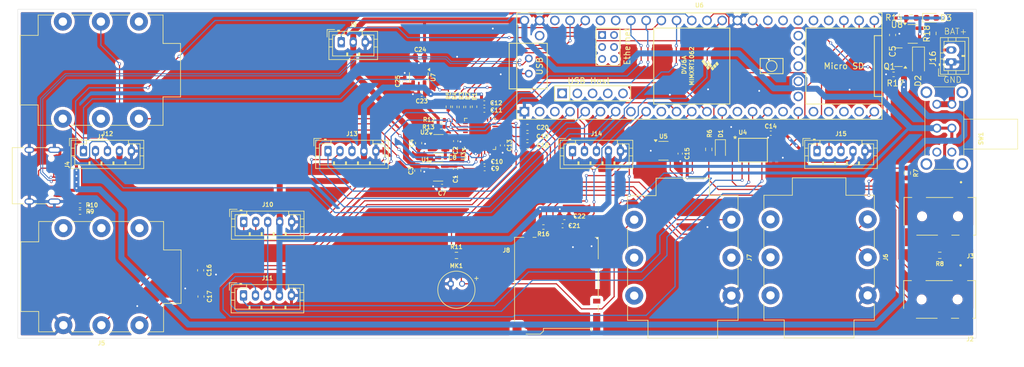
<source format=kicad_pcb>
(kicad_pcb (version 20240108) (generator "pcbnew") (generator_version "8.0")
  (layers (0 "F.Cu" signal) (1 "In1.Cu" signal) (2 "In2.Cu" signal) (31 "B.Cu" signal) (34 "B.Paste" user) (35 "F.Paste" user) (36 "B.SilkS" user "B.Silkscreen") (37 "F.SilkS" user "F.Silkscreen") (38 "B.Mask" user) (39 "F.Mask" user) (44 "Edge.Cuts" user))
  (net 0 "")
  (net 1 "GND")
  (net 2 "+3.3VA")
  (net 3 "+1V8")
  (net 4 "+5V")
  (net 5 "Net-(U1-BP)")
  (net 6 "Net-(U2-BP)")
  (net 7 "+3.3V")
  (net 8 "Net-(U3-VAG)")
  (net 9 "Net-(C16-Pad2)")
  (net 10 "Net-(U3-LINEOUT_R)")
  (net 11 "Net-(U3-LINEOUT_L)")
  (net 12 "Net-(C17-Pad2)")
  (net 13 "Net-(C18-Pad1)")
  (net 14 "LINEIN_R")
  (net 15 "Net-(C19-Pad1)")
  (net 16 "LINEIN_L")
  (net 17 "Net-(C20-Pad1)")
  (net 18 "MIC")
  (net 19 "Net-(U7-BP)")
  (net 20 "Net-(D1-A)")
  (net 21 "Net-(D1-K)")
  (net 24 "Net-(U3-HP_L)")
  (net 25 "Net-(U3-HP_R)")
  (net 26 "Net-(U3-HP_VGND)")
  (net 29 "Net-(J2-Pad3)")
  (net 32 "Net-(J3-Pad2)")
  (net 34 "Net-(J3-Pad3)")
  (net 35 "VBAT")
  (net 36 "D+")
  (net 37 "D-")
  (net 39 "Net-(J4-CC1)")
  (net 41 "Net-(J4-CC2)")
  (net 49 "Net-(MK1-+)")
  (net 52 "12_MISO_MQSL")
  (net 53 "10_CS_MQSR")
  (net 55 "14_A0_TX3_SPDIF_OUT")
  (net 57 "7_RX2_OUT1A")
  (net 58 "17_A3_TX4_SDA1")
  (net 59 "27_A13_SCK1")
  (net 60 "19_A5_SCL")
  (net 61 "18_A4_SDA")
  (net 62 "24_A10_TX6_SCL2")
  (net 63 "25_A11_RX6_SDA2")
  (net 64 "5_IN2")
  (net 65 "15_A1_RX3_SPDIF_IN")
  (net 66 "22_A8_CTX1")
  (net 67 "3_LRCLK2")
  (net 68 "4_BCLK2")
  (net 69 "2_OUT2")
  (net 70 "9_OUT1C")
  (net 71 "16_A2_RX4_SCL1")
  (net 72 "41_A17")
  (net 73 "33_MCLK2")
  (net 74 "32_OUT1B")
  (net 75 "Net-(U3-SYS_MCLK)")
  (net 76 "11_MOSI_CTX1")
  (net 77 "23_A9_CRX1_MCLK1")
  (net 78 "Net-(U3-I2S_LRCLK)")
  (net 79 "Net-(U3-I2S_SCLK)")
  (net 80 "Net-(U3-I2S_DOUT)")
  (net 81 "13_SCK_LED")
  (net 82 "Net-(U3-I2S_DIN)")
  (net 83 "Net-(R7-Pad1)")
  (net 84 "MICBIAS")
  (net 92 "Net-(U5-Pad3)")
  (net 94 "28_RX7")
  (net 99 "6_OUT1D")
  (net 100 "38_CS1_IN1")
  (net 103 "20_A6_TX5_LRCLK1")
  (net 105 "37_CS")
  (net 106 "40_A16")
  (net 109 "0_RX1_CRX2_CS1")
  (net 113 "36_CS")
  (net 114 "1_TX1_CTX2_MISO1")
  (net 115 "21_A7_RX5_BCLK1")
  (net 117 "26_A12_MOSI1")
  (net 118 "34_RX8")
  (net 122 "8_TX2_IN1")
  (net 124 "39_MISO1_OUT1A")
  (net 125 "30_CRX3")
  (net 126 "31_CTX3")
  (net 128 "35_TX8")
  (net 129 "29_TX7")
  (net 132 "VBUS")
  (net 133 "Net-(D2-K)")
  (net 134 "Net-(D3-K)")
  (net 135 "Net-(U8-STAT)")
  (net 136 "Net-(U8-PROG)")
  (footprint "Diode_SMD:D_SOD-123" (layer "F.Cu") (at 181.3525 33.7125 -90)
    (property "Reference" "D2")
    (property "Value" "MBR0540")
  )
  (footprint "Sensor_Audio:POM-2244P-C3310-2-R" (layer "F.Cu") (at 103.25 70.93)
    (property "Reference" "MK1")
    (property "Value" "Microphone_Condenser")
  )
  (footprint "Capacitor_SMD:C_0402_1005Metric" (layer "F.Cu") (at 101.8675 49.84 180)
    (property "Reference" "C8")
    (property "Value" "1u")
  )
  (footprint "Resistor_SMD:R_0603_1608Metric" (layer "F.Cu") (at 104.21 66.19)
    (property "Reference" "R11")
    (property "Value" "2k2")
  )
  (footprint "Capacitor_SMD:C_0402_1005Metric" (layer "F.Cu") (at 95.565 37.0725 90)
    (property "Reference" "C25")
    (property "Value" "1u")
  )
  (footprint "Resistor_SMD:R_0402_1005Metric" (layer "F.Cu") (at 101.675 43.54)
    (property "Reference" "R12")
    (property "Value" "10k")
  )
  (footprint "Connector_JST:JST_PH_B5B-PH-K_1x05_P2.00mm_Vertical" (layer "F.Cu") (at 164.413334 48.75)
    (property "Reference" "J15")
    (property "Value" "Conn_01x05")
  )
  (footprint "Capacitor_SMD:C_0603_1608Metric" (layer "F.Cu") (at 61.5 68.675 -90)
    (property "Reference" "C16")
    (property "Value" "10u")
  )
  (footprint "Resistor_SMD:R_0603_1608Metric" (layer "F.Cu") (at 179.5 52.42 -90)
    (property "Reference" "R7")
    (property "Value" "220R")
  )
  (footprint "Connector_JST:JST_PH_B5B-PH-K_1x05_P2.00mm_Vertical" (layer "F.Cu") (at 68.66 72.88)
    (property "Reference" "J11")
    (property "Value" "Conn_01x05")
  )
  (footprint "Capacitor_SMD:C_0603_1608Metric" (layer "F.Cu") (at 116.055 47.85 180)
    (property "Reference" "C18")
    (property "Value" "10u")
  )
  (footprint "Connector_USB:USB_C_Receptacle_HRO_TYPE-C-31-M-12" (layer "F.Cu") (at 33.95 52.86 -90)
    (property "Reference" "J4")
    (property "Value" "USB_C_Receptacle_USB2.0")
  )
  (footprint "Resistor_SMD:R_0402_1005Metric" (layer "F.Cu") (at 103.92 41.35 -90)
    (property "Reference" "R4")
    (property "Value" "22R")
  )
  (footprint "Capacitor_SMD:C_0603_1608Metric" (layer "F.Cu") (at 177.03 29.335 90)
    (property "Reference" "C5")
    (property "Value" "10u")
  )
  (footprint "Connector_JST:JST_PH_B5B-PH-K_1x05_P2.00mm_Vertical" (layer "F.Cu") (at 41.943334 48.75)
    (property "Reference" "J12")
    (property "Value" "Conn_01x05")
  )
  (footprint "Resistor_SMD:R_0402_1005Metric" (layer "F.Cu") (at 101.66 44.68)
    (property "Reference" "R13")
    (property "Value" "10k")
  )
  (footprint "Capacitor_SMD:C_0402_1005Metric" (layer "F.Cu") (at 121.93 61.22 180)
    (property "Reference" "C21")
    (property "Value" "100n")
  )
  (footprint "Capacitor_SMD:C_0402_1005Metric" (layer "F.Cu") (at 104.065 51.725 -90)
    (property "Reference" "C1")
    (property "Value" "1u")
  )
  (footprint "Package_TO_SOT_SMD:SOT-23-6" (layer "F.Cu") (at 138.77 48.69)
    (property "Reference" "U5")
    (property "Value" "74LVC2G14")
  )
  (footprint "Capacitor_SMD:C_0402_1005Metric" (layer "F.Cu") (at 108.86 40.7)
    (property "Reference" "C12")
    (property "Value" "1u")
  )
  (footprint "Package_TO_SOT_SMD:SOT-23-5" (layer "F.Cu") (at 101.15 52.2)
    (property "Reference" "U1")
    (property "Value" "SPX3819M5-L-3-3")
  )
  (footprint "Capacitor_SMD:C_0603_1608Metric" (layer "F.Cu") (at 116.07 46.31 180)
    (property "Reference" "C19")
    (property "Value" "10u")
  )
  (footprint "Capacitor_SMD:C_0603_1608Metric" (layer "F.Cu") (at 122.23 59.7)
    (property "Reference" "C22")
    (property "Value" "10u")
  )
  (footprint "Resistor_SMD:R_0402_1005Metric" (layer "F.Cu") (at 106.14 41.36 -90)
    (property "Reference" "R2")
    (property "Value" "22R")
  )
  (footprint "myLibKicad:5pin SO6_TOS" (layer "F.Cu") (at 153.7183 48.59)
    (property "Reference" "U4")
    (property "Value" "TLP2361V4_E")
  )
  (footprint "Resistor_SMD:R_0402_1005Metric" (layer "F.Cu") (at 107.23 41.33 -90)
    (property "Reference" "R1")
    (property "Value" "22R")
  )
  (footprint "Connector_JST:JST_PH_B3B-PH-K_1x03_P2.00mm_Vertical" (layer "F.Cu") (at 84.98 30.54)
    (property "Reference" "J9")
    (property "Value" "Conn_01x03")
  )
  (footprint "Capacitor_SMD:C_0402_1005Metric" (layer "F.Cu") (at 111.9 47.8 -90)
    (property "Reference" "C13")
    (property "Value" "150n")
  )
  (footprint "Package_TO_SOT_SMD:SOT-23-5" (layer "F.Cu") (at 180.3925 29.155)
    (property "Reference" "U8")
    (property "Value" "MCP73831-3-OT")
  )
  (footprint "Connector_JST:JST_PH_B5B-PH-K_1x05_P2.00mm_Vertical" (layer "F.Cu") (at 68.7 60.59)
    (property "Reference" "J10")
    (property "Value" "Conn_01x05")
  )
  (footprint "Connector_Audio:Jack_6.35mm_Neutrik_NMJ6HCD2_Horizontal" (layer "F.Cu") (at 150.12 60.22 -90)
    (property "Reference" "J7")
    (property "Value" "AudioJack3_Switch")
  )
  (footprint "myLibKicad:CUI_SJ2-35863B1-SMT-TR" (layer "F.Cu") (at 184.95 59.6525 180)
    (property "Reference" "J3")
    (property "Value" "CUI_SJ2-35863B1-SMT-TR")
  )
  (footprint "Capacitor_SMD:C_0402_1005Metric" (layer "F.Cu") (at 156.69 45.76)
    (property "Reference" "C14")
    (property "Value" "100n")
  )
  (footprint "LED_SMD:LED_0603_1608Metric" (layer "F.Cu") (at 183.53 26.46)
    (property "Reference" "D3")
    (property "Value" "LED")
  )
  (footprint "Resistor_SMD:R_0402_1005Metric" (layer "F.Cu") (at 41.37 57.83)
    (property "Reference" "R10")
    (property "Value" "5.1k")
  )
  (footprint "Package_TO_SOT_SMD:SOT-23-5" (layer "F.Cu") (at 97.93 36.4225 -90)
    (property "Reference" "U7")
    (property "Value" "SPX3819M5-L-3-3")
  )
  (footprint "Resistor_SMD:R_0603_1608Metric" (layer "F.Cu") (at 184.91 66.17 180)
    (property "Reference" "R8")
    (property "Value" "220R")
  )
  (footprint "Resistor_SMD:R_0402_1005Metric" (layer "F.Cu") (at 41.36 58.94)
    (property "Reference" "R9")
    (property "Value" "5.1k")
  )
  (footprint "Capacitor_SMD:C_0603_1608Metric" (layer "F.Cu") (at 116.065 44.79 180)
    (property "Reference" "C20")
    (property "Value" "10u")
  )
  (footprint "myLibKicad:CUI_SJ2-35863B1-SMT-TR" (layer "F.Cu") (at 184.88 73.55 180)
    (property "Reference" "J2")
    (property "Value" "CUI_SJ2-35863B1-SMT-TR")
  )
  (footprint "Connector_Audio:Jack_6.35mm_Neutrik_NMJ6HCD2_Horizontal" (layer "F.Cu") (at 51.285 77.855 180)
    (property "Reference" "J5")
    (property "Value" "AudioJack3_Switch")
  )
  (footprint "Capacitor_SMD:C_0603_1608Metric" (layer "F.Cu") (at 97.8975 47.415 -90)
    (property "Reference" "C4")
    (property "Value" "10u")
  )
  (footprint "Capacitor_SMD:C_0603_1608Metric" (layer "F.Cu") (at 61.56 73.065 -90)
    (property "Reference" "C17")
    (property "Value" "10u")
  )
  (footprint "Resistor_SMD:R_0402_1005Metric" (layer "F.Cu") (at 118.73 61.44 180)
    (property "Reference" "R16")
    (property "Value" "10k")
  )
  (footprint "Capacitor_SMD:C_0402_1005Metric" (layer "F.Cu") (at 141.5675 49.17 -90)
    (property "Reference" "C15")
    (property "Value" "100n")
  )
  (footprint "Package_TO_SOT_SMD:SOT-23" (layer "F.Cu") (at 178.0025 33.055 180)
    (property "Reference" "Q1")
    (property "Value" "DMG3415")
  )
  (footprint "Connector_JST:JST_PH_B2B-PH-K_1x02_P2.00mm_Vertical" (layer "F.Cu") (at 186.81 33.84 90)
    (property "Reference" "J16")
    (property "Value" "BATTERY")
  )
  (footprint "Resistor_SMD:R_0402_1005Metric" (layer "F.Cu") (at 102.87 41.335 -90)
    (property "Reference" "R5")
    (property "Value" "22R")
  )
  (footprint "Package_TO_SOT_SMD:SOT-23-5" (layer "F.Cu") (at 101.2175 47.54)
    (property "Reference" "U2")
    (property "Value" "SPX3819M5-L-1-8")
  )
  (footprint "Resistor_SMD:R_0402_1005Metric" (layer "F.Cu") (at 105.05 41.37 -90)
    (property "Reference" "R3")
    (property "Value" "22R")
  )
  (footprint "Diode_SMD:D_SOD-323F" (layer "F.Cu") (at 148.276528 48.447164 -90)
    (property "Reference" "D1")
    (property "Value" "BAT54J")
  )
  (footprint "Resistor_SMD:R_0402_1005Metric" (layer "F.Cu") (at 177.2 35.92)
    (property "Reference" "R17")
    (property "Value" "10k")
  )
  (footprint "Resistor_SMD:R_0603_1608Metric" (layer "F.Cu") (at 180.14 26.46 180)
    (property "Reference" "R14")
    (property "Value" "2k")
  )
  (footprint "Connector_JST:JST_PH_B5B-PH-K_1x05_P2.00mm_Vertical" (layer "F.Cu") (at 82.766667 48.75)
    (property "Reference" "J13")
    (property "Value" "Conn_01x05")
  )
  (footprint "Capacitor_SMD:C_0603_1608Metric" (layer "F.Cu") (at 98.105 33.0225 180)
    (property "Reference" "C24")
    (property "Value" "10u")
  )
  (footprint "Capacitor_SMD:C_0603_1608Metric" (layer "F.Cu") (at 97.755 52.025 -90)
    (property "Reference" "C3")
    (property "Value" "10u")
  )
  (footprint "Package_DFN_QFN:QFN-32-1EP_5x5mm_P0.5mm_EP3.6x3.6mm" (layer "F.Cu") (at 108.16 45.87 90)
    (property "Reference" "U3")
    (property "Value" "SGTL5000XNBA3")
  )
  (footprint "Connector_Card:microSD_HC_Hirose_DM3BT-DSF-PEJS" (layer "F.Cu") (at 120.9 71.055)
    (property "Reference" "J8")
    (property "Value" "Micro_SD_Card")
  )
  (footprint "Capacitor_SMD:C_0402_1005Metric" (layer "F.Cu") (at 108.87 41.89)
    (property "Reference" "C11")
    (property "Value" "100n")
  )
  (footprint "Resistor_SMD:R_0603_1608Metric" (layer "F.Cu") (at 183.77 29.075 90)
    (property "Reference" "R18")
    (property "Value" "2k")
  )
  (footprint "myLibKicad:EG2219" (layer "F.Cu") (at 186.92 48.91 90)
    (property "Reference" "SW1")
    (property "Value" "EG2219" (hide yes))
  )
  (footprint "Capacitor_SMD:C_0402_1005Metric" (layer "F.Cu") (at 108.88 50.52)
    (property "Reference" "C10")
    (property "Value" "100n")
  )
  (footprint "Connector_Audio:Jack_6.35mm_Neutrik_NMJ6HCD2_Horizontal" (layer "F.Cu") (at 172.875 60.165 -90)
    (property "Reference" "J6")
    (property "Value" "AudioJack3_Switch")
  )
  (footprint "Capacitor_SMD:C_0402_1005Metric" (layer "F.Cu") (at 104.0875 47.075 -90)
    (property "Reference" "C2")
    (property "Value" "1u")
  )
  (footprint "Connector_JST:JST_PH_B5B-PH-K_1x05_P2.00mm_Vertical" (layer "F.Cu") (at 123.59 48.75)
    (property "Reference" "J14")
    (property "Value" "Conn_01x05")
  )
  (footprint "Capacitor_SMD:C_0402_1005Metric" (layer "F.Cu") (at 98.415 39.2325 180)
    (property "Reference" "C23")
    (property "Value" "1u")
  )
  (footprint "Capacitor_SMD:C_0402_1005Metric" (layer "F.Cu") (at 101.815 54.655 180)
    (property "Reference" "C7")
    (property "Value" "1u")
  )
  (footprint "myLibKicad:Teensy41" (layer "F.Cu") (at 144.77 34.53)
    (property "Reference" "U6")
    (property "Value" "Teensy4.1")
  )
  (footprint "Resistor_SMD:R_0603_1608Metric" (layer "F.Cu") (at 146.34 48.46 -90)
    (property "Reference" "R6")
    (property "Value" "220R")
  )
  (footprint "Capacitor_SMD:C_0402_1005Metric" (layer "F.Cu") (at 108.92 51.68)
    (property "Reference" "C9")
    (property "Value" "1u")
  )
  (footprint "Connector_Audio:Jack_6.35mm_Neutrik_NMJ6HCD2_Horizontal" (layer "F.Cu") (at 51.195 43.335 180)
    (property "Reference" "J1")
    (property "Value" "AudioJack3_Switch")
  )
  (gr_rect (start 30.98 25.04) (end 190.98 80.04) (stroke (width 0.05)) (fill none) (layer "Edge.Cuts"))
  (gr_text "GND" (at 185.45 37.41 0) (layer "F.SilkS") (effects (font (size 1 1) (thickness 0.1)) (justify left bottom)))
  (gr_text "BAT+" (at 185.54 29.32 0) (layer "F.SilkS") (effects (font (size 1 1) (thickness 0.1)) (justify left bottom)))
  (segment (start 104.065 52.205) (end 104.065 53.025) (width 0.2) (layer "F.Cu") (net 1))
  (segment (start 141.5675 49.65) (end 141.5675 50.4175) (width 0.2) (layer "F.Cu") (net 1))
  (segment (start 110.17 51.68) (end 110.18 51.69) (width 0.2) (layer "F.Cu") (net 1))
  (segment (start 156.21 46.46) (end 156.24 46.49) (width 0.2) (layer "F.Cu") (net 1))
  (segment (start 126.775 64.645) (end 126.77 64.65) (width 0.5) (layer "F.Cu") (net 1))
  (segment (start 104.0875 47.555) (end 104.0875 48.2375) (width 0.5) (layer "F.Cu") (net 1))
  (segment (start 141.5675 50.4175) (end 141.59 50.44) (width 0.2) (layer "F.Cu") (net 1))
  (segment (start 109.41 48.32) (end 109.41 47.12) (width 0.2) (layer "F.Cu") (net 1))
  (segment (start 109.41 48.86) (end 109.41 48.32) (width 0.2) (layer "F.Cu") (net 1))
  (segment (start 104.93 47.12) (end 104.88 47.17) (width 0.2) (layer "F.Cu") (net 1))
  (segment (start 104.0875 48.2375) (end 104.11 48.26) (width 0.5) (layer "F.Cu") (net 1))
  (segment (start 98.99 47.54) (end 98.98 47.53) (width 0.5) (layer "F.Cu") (net 1))
  (segment (start 96.9475 39.2325) (end 96.94 39.24) (width 0.5) (layer "F.Cu") (net 1))
  (segment (start 177.59 28.56) (end 178.16 29.13) (width 0.5) (layer "F.Cu") (net 1))
  (segment (start 126.775 63.33) (end 127.69 63.33) (width 0.5) (layer "F.Cu") (net 1))
  (segment (start 98.32 48.19) (end 98.98 47.53) (width 0.5) (layer "F.Cu") (net 1))
  (segment (start 97.33 33.44) (end 97.94 34.05) (width 0.5) (layer "F.Cu") (net 1))
  (segment (start 111.9 49) (end 111.92 49.02) (width 0.2) (layer "F.Cu") (net 1))
  (segment (start 109.34 40.7) (end 110.23 40.7) (width 0.2) (layer "F.Cu") (net 1))
  (segment (start 123.005 59.7) (end 123.99 59.7) (width 0.5) (layer "F.Cu") (net 1))
  (segment (start 109.83 49.28) (end 109.41 48.86) (width 0.2) (layer "F.Cu") (net 1))
  (segment (start 106.41 48.32) (end 105.67 48.32) (width 0.2) (layer "F.Cu") (net 1))
  (segment (start 101.3875 49.84) (end 100.47 49.84) (width 0.5) (layer "F.Cu") (net 1))
  (segment (start 123.625 63.43) (end 123.625 64.765) (width 0.5) (layer "F.Cu") (net 1))
  (segment (start 100.08 47.54) (end 98.99 47.54) (width 0.5) (layer "F.Cu") (net 1))
  (segment (start 183.77 29.9) (end 182.89 29.9) (width 0.5) (layer "F.Cu") (net 1))
  (segment (start 97.755 52.8) (end 98.24 52.8) (width 0.5) (layer "F.Cu") (net 1))
  (segment (start 123.625 64.765) (end 123.66 64.8) (width 0.5) (layer "F.Cu") (net 1))
  (segment (start 101.335 54.655) (end 100.335 54.655) (width 0.2) (layer "F.Cu") (net 1))
  (segment (start 123.13 61.22) (end 123.15 61.2) (width 0.5) (layer "F.Cu") (net 1))
  (segment (start 136.65 48.69) (end 137.6325 48.69) (width 0.2) (layer "F.Cu") (net 1))
  (segment (start 156.21 45.76) (end 156.21 46.46) (width 0.2) (layer "F.Cu") (net 1))
  (segment (start 123.99 59.7) (end 124.01 59.72) (width 0.5) (layer "F.Cu") (net 1))
  (segment (start 157.16 49.86) (end 158.69 49.86) (width 0.2) (layer "F.Cu") (net 1))
  (segment (start 97.8975 48.19) (end 98.32 48.19) (width 0.5) (layer "F.Cu") (net 1))
  (segment (start 95.565 36.5925) (end 95.565 35.685) (width 0.5) (layer "F.Cu") (net 1))
  (segment (start 177.03 28.56) (end 177.59 28.56) (width 0.5) (layer "F.Cu") (net 1))
  (segment (start 109.4 51.68) (end 110.17 51.68) (width 0.2) (layer "F.Cu") (net 1))
  (segment (start 158.69 49.86) (end 158.7 49.85) (width 0.2) (layer "F.Cu") (net 1))
  (segment (start 98.24 52.8) (end 98.84 52.2) (width 0.5) (layer "F.Cu") (net 1))
  (segment (start 105.67 48.32) (end 105.66 48.33) (width 0.2) (layer "F.Cu") (net 1))
  (segment (start 97.33 33.0225) (end 97.33 33.44) (width 0.5) (layer "F.Cu") (net 1))
  (segment (start 95.565 35.685) (end 95.57 35.68) (width 0.5) (layer "F.Cu") (net 1))
  (segment (start 178.185 29.155) (end 178.16 29.13) (width 0.5) (layer "F.Cu") (net 1))
  (segment (start 110.17 50.55) (end 109.39 50.55) (width 0.2) (layer "F.Cu") (net 1))
  (segment (start 176.69 35.92) (end 175.95 35.92) (width 0.2) (layer "F.Cu") (net 1))
  (segment (start 104.065 53.025) (end 104.05 53.04) (width 0.2) (layer "F.Cu") (net 1))
  (segment (start 97.93 34.06) (end 97.94 34.05) (width 0.5) (layer "F.Cu") (net 1))
  (segment (start 179.255 29.155) (end 178.185 29.155) (width 0.5) (layer "F.Cu") (net 1))
  (segment (start 109.35 41.89) (end 110.2 41.89) (width 0.2) (layer "F.Cu") (net 1))
  (segment (start 97.935 39.2325) (end 96.9475 39.2325) (width 0.5) (layer "F.Cu") (net 1))
  (segment (start 105.71 47.12) (end 104.93 47.12) (width 0.2) (layer "F.Cu") (net 1))
  (segment (start 111.9 48.28) (end 111.9 49) (width 0.2) (layer "F.Cu") (net 1))
  (segment (start 97.93 35.285) (end 97.93 34.06) (width 0.5) (layer "F.Cu") (net 1))
  (segment (start 41.87 58.94) (end 42.91 58.94) (width 0.2) (layer "F.Cu") (net 1))
  (segment (start 182.89 29.9) (end 182.88 29.91) (width 0.5) (layer "F.Cu") (net 1))
  (segment (start 122.41 61.22) (end 123.13 61.22) (width 0.5) (layer "F.Cu") (net 1))
  (segment (start 107.41 48.32) (end 107.41 49.18) (width 0.2) (layer "F.Cu") (net 1))
  (segment (start 126.775 63.33) (end 126.775 64.645) (width 0.5) (layer "F.Cu") (net 1))
  (segment (start 41.88 57.83) (end 42.9 57.83) (width 0.2) (layer "F.Cu") (net 1))
  (segment (start 100.335 54.655) (end 100.32 54.64) (width 0.2) (layer "F.Cu") (net 1))
  (segment (start 175.95 35.92) (end 175.94 35.91) (width 0.2) (layer "F.Cu") (net 1))
  (segment (start 107.41 49.18) (end 107.42 49.19) (width 0.2) (layer "F.Cu") (net 1))
  (segment (start 100.0125 52.2) (end 98.84 52.2) (width 0.5) (layer "F.Cu") (net 1))
  (segment (start 127.69 63.33) (end 127.7 63.32) (width 0.5) (layer "F.Cu") (net 1))
  (segment (start 42.91 58.94) (end 42.92 58.95) (width 0.2) (layer "F.Cu") (net 1))
  (via (at 95.57 35.68) (size 0.5) (drill 0.3) (layers "F.Cu" "B.Cu") (net 1))
  (via (at 111.6 35.91) (size 0.5) (drill 0.3) (layers "F.Cu" "B.Cu") (net 1))
  (via (at 100.47 49.84) (size 0.5) (drill 0.3) (layers "F.Cu" "B.Cu") (net 1))
  (via (at 111.92 49.02) (size 0.5) (drill 0.3) (layers "F.Cu" "B.Cu") (net 1))
  (via (at 127.7 63.32) (size 0.5) (drill 0.3) (layers "F.Cu" "B.Cu") (net 1))
  (via (at 107.42 49.19) (size 0.5) (drill 0.3) (layers "F.Cu" "B.Cu") (net 1))
  (via (at 97.94 34.05) (size 0.5) (drill 0.3) (layers "F.Cu" "B.Cu") (net 1))
  (via (at 64.065734 69.389361) (size 0.5) (drill 0.3) (layers "F.Cu" "B.Cu") (net 1))
  (via (at 123.66 64.8) (size 0.5) (drill 0.3) (layers "F.Cu" "B.Cu") (net 1))
  (via (at 126.77 64.65) (size 0.5) (drill 0.3) (layers "F.Cu" "B.Cu") (net 1))
  (via (at 105.66 48.33) (size 0.5) (drill 0.3) (layers "F.Cu" "B.Cu") (net 1))
  (via (at 58.93 71.71) (size 0.5) (drill 0.3) (layers "F.Cu" "B.Cu") (net 1))
  (via (at 141.59 50.44) (size 0.5) (drill 0.3) (layers "F.Cu" "B.Cu") (net 1))
  (via (at 104.32 32.97) (size 0.5) (drill 0.3) (layers "F.Cu" "B.Cu") (net 1))
  (via (at 104.11 48.26) (size 0.5) (drill 0.3) (layers "F.Cu" "B.Cu") (net 1))
  (via (at 110.2 41.89) (size 0.6) (drill 0.3) (layers "F.Cu" "B.Cu") (net 1))
  (via (at 146.22 38.42) (size 0.5) (drill 0.3) (layers "F.Cu" "B.Cu") (net 1))
  (via (at 124.01 59.72) (size 0.5) (drill 0.3) (layers "F.Cu" "B.Cu") (net 1))
  (via (at 154.76 38.68) (size 0.5) (drill 0.3) (layers "F.Cu" "B.Cu") (net 1))
  (via (at 42.92 58.95) (size 0.5) (drill 0.3) (layers "F.Cu" "B.Cu") (net 1))
  (via (at 104.05 53.04) (size 0.5) (drill 0.3) (layers "F.Cu" "B.Cu") (net 1))
  (via (at 150.08 44.72) (size 0.5) (drill 0.3) (layers "F.Cu" "B.Cu") (net 1))
  (via (at 42.9 57.83) (size 0.5) (drill 0.3) (layers "F.Cu" "B.Cu") (net 1))
  (via (at 156.37 33.47) (size 0.5) (drill 0.3) (layers "F.Cu" "B.Cu") (net 1))
  (via (at 98.98 47.53) (size 0.5) (drill 0.3) (layers "F.Cu" "B.Cu") (net 1))
  (via (at 136.65 48.69) (size 0.5) (drill 0.3) (layers "F.Cu" "B.Cu") (net 1))
  (via (at 110.23 40.7) (size 0.6) (drill 0.3) (layers "F.Cu" "B.Cu") (net 1))
  (via (at 110.18 51.69) (size 0.5) (drill 0.3) (layers "F.Cu" "B.Cu") (net 1))
  (via (at 110.17 50.55) (size 0.5) (drill 0.3) (layers "F.Cu" "B.Cu") (net 1))
  (via (at 104.88 47.17) (size 0.5) (drill 0.3) (layers "F.Cu" "B.Cu") (net 1))
  (via (at 175.94 35.91) (size 0.5) (drill 0.3) (layers "F.Cu" "B.Cu") (net 1))
  (via (at 178.16 29.13) (size 0.5) (drill 0.3) (layers "F.Cu" "B.Cu") (net 1))
  (via (at 146.12 61.45) (size 0.5) (drill 0.3) (layers "F.Cu" "B.Cu") (net 1))
  (via (at 109.83 49.28) (size 0.5) (drill 0.3) (layers "F.Cu" "B.Cu") (net 1))
  (via (at 96.94 39.24) (size 0.5) (drill 0.3) (layers "F.Cu" "B.Cu") (net 1))
  (via (at 139.85 39.31) (size 0.5) (drill 0.3) (layers "F.Cu" "B.Cu") (net 1))
  (via (at 50.92 74.66) (size 0.5) (drill 0.3) (layers "F.Cu" "B.Cu") (net 1))
  (via (at 169.85 38.47) (size 0.5) (drill 0.3) (layers "F.Cu" "B.Cu") (net 1))
  (via (at 158.7 49.85) (size 0.5) (drill 0.3) (layers "F.Cu" "B.Cu") (net 1))
  (via (at 123.15 61.2) (size 0.5) (drill 0.3) (layers "F.Cu" "B.Cu") (net 1))
  (via (at 110.28 28.26) (size 0.5) (drill 0.3) (layers "F.Cu" "B.Cu") (net 1))
  (via (at 182.88 29.91) (size 0.5) (drill 0.3) (layers "F.Cu" "B.Cu") (net 1))
  (via (at 100.32 54.64) (size 0.5) (drill 0.3) (layers "F.Cu" "B.Cu") (net 1))
  (via (at 98.84 52.2) (size 0.5) (drill 0.3) (layers "F.Cu" "B.Cu") (net 1))
  (via (at 156.24 46.49) (size 0.5) (drill 0.3) (layers "F.Cu" "B.Cu") (net 1))
  (segment (start 108.41 48.32) (end 108.41 50.51) (width 0.2) (layer "F.Cu") (net 2))
  (segment (start 108.4 50.52) (end 108.4 51.64) (width 0.2) (layer "F.Cu") (net 2))
  (segment (start 105.57 51.68) (end 108.44 51.68) (width 0.2) (layer "F.Cu") (net 2))
  (segment (start 105.135 51.245) (end 105.57 51.68) (width 0.2) (layer "F.Cu") (net 2))
  (segment (start 102.2875 51.25) (end 104.06 51.25) (width 0.5) (layer "F.Cu") (net 2))
  (segment (start 104.065 51.245) (end 105.135 51.245) (width 0.2) (layer "F.Cu") (net 2))
  (segment (start 102.355 46.59) (end 104.0825 46.59) (width 0.5) (layer "F.Cu") (net 3))
  (segment (start 105.71 46.62) (end 104.1125 46.62) (width 0.2) (layer "F.Cu") (net 3))
  (segment (start 139.9075 48.69) (end 141.5675 48.69) (width 0.2) (layer "F.Cu") (net 4))
  (segment (start 115.56 26.91) (end 98.86 26.91) (width 1) (layer "F.Cu") (net 4))
  (segment (start 95.8 46.64) (end 95.79 46.65) (width 0.5) (layer "F.Cu") (net 4))
  (segment (start 184.085 66.17) (end 184.085 54.015) (width 0.5) (layer "F.Cu") (net 4))
  (segment (start 98.86 26.91) (end 88.88 26.91) (width 1) (layer "F.Cu") (net 4))
  (segment (start 100.97 53.15) (end 101.16 52.96) (width 0.5) (layer "F.Cu") (net 4))
  (segment (start 100.08 48.49) (end 100.742499 48.49) (width 0.5) (layer "F.Cu") (net 4))
  (segment (start 101.16 52.96) (end 101.16 51.735001) (width 0.5) (layer "F.Cu") (net 4))
  (segment (start 141.5675 48.69) (end 142.46 48.69) (width 0.5) (layer "F.Cu") (net 4))
  (segment (start 185.72 47.74) (end 186.92 46.54) (width 0.5) (layer "F.Cu") (net 4))
  (segment (start 100.674999 51.25) (end 100.0125 51.25) (width 0.5) (layer "F.Cu") (net 4))
  (segment (start 100.79 46.59) (end 100.08 46.59) (width 0.5) (layer "F.Cu") (net 4))
  (segment (start 86.98 28.81) (end 86.98 30.54) (width 1) (layer "F.Cu") (net 4))
  (segment (start 184.085 54.015) (end 185.72 52.38) (width 0.5) (layer "F.Cu") (net 4))
  (segment (start 185.72 52.38) (end 185.72 47.74) (width 0.5) (layer "F.Cu") (net 4))
  (segment (start 96.98 35.947499) (end 97.430001 36.3975) (width 0.5) (layer "F.Cu") (net 4))
  (segment (start 98.88 33.0225) (end 98.88 26.93) (width 0.5) (layer "F.Cu") (net 4))
  (segment (start 98.6725 36.3975) (end 98.88 36.19) (width 0.5) (layer "F.Cu") (net 4))
  (segment (start 101.1925 48.039999) (end 101.1925 46.9925) (width 0.5) (layer "F.Cu") (net 4))
  (segment (start 95.79 44.43) (end 95.79 46.65) (width 1) (layer "F.Cu") (net 4))
  (segment (start 100.0125 51.25) (end 97.17 51.25) (width 0.5) (layer "F.Cu") (net 4))
  (segment (start 86.98 30.54) (end 86.98 35.62) (width 1) (layer "F.Cu") (net 4))
  (segment (start 97.17 51.25) (end 97.755 51.25) (width 1) (layer "F.Cu") (net 4))
  (segment (start 186.92 46.54) (end 186.92 44.91) (width 0.5) (layer "F.Cu") (net 4))
  (segment (start 101.16 51.735001) (end 100.674999 51.25) (width 0.5) (layer "F.Cu") (net 4))
  (segment (start 97.430001 36.3975) (end 98.6725 36.3975) (width 0.5) (layer "F.Cu") (net 4))
  (segment (start 100.08 46.59) (end 97.9475 46.59) (width 0.5) (layer "F.Cu") (net 4))
  (segment (start 142.55 48.78) (end 142.75 48.98) (width 0.5) (layer "F.Cu") (net 4))
  (segment (start 96.98 35.285) (end 96.98 35.947499) (width 0.5) (layer "F.Cu") (net 4))
  (segment (start 100.0125 53.15) (end 100.97 53.15) (width 0.5) (layer "F.Cu") (net 4))
  (segment (start 142.75 48.98) (end 142.75 53.16) (width 0.5) (layer "F.Cu") (net 4))
  (segment (start 142.46 48.69) (end 142.55 48.78) (width 0.5) (layer "F.Cu") (net 4))
  (segment (start 86.98 35.62) (end 95.79 44.43) (width 1) (layer "F.Cu") (net 4))
  (segment (start 98.88 33.0225) (end 98.88 35.285) (width 0.5) (layer "F.Cu") (net 4))
  (segment (start 98.88 36.19) (end 98.88 35.285) (width 0.5) (layer "F.Cu") (net 4))
  (segment (start 98.88 26.93) (end 98.86 26.91) (width 0.5) (layer "F.Cu") (net 4))
  (segment (start 95.79 49.87) (end 97.17 51.25) (width 1) (layer "F.Cu") (net 4))
  (segment (start 97.8975 46.64) (end 95.8 46.64) (width 0.5) (layer "F.Cu") (net 4))
  (segment (start 95.79 46.65) (end 95.79 49.87) (width 1) (layer "F.Cu") (net 4))
  (segment (start 100.742499 48.49) (end 101.1925 48.039999) (width 0.5) (layer "F.Cu") (net 4))
  (segment (start 186.92 44.91) (end 184.42 44.91) (width 0.5) (layer "F.Cu") (net 4))
  (segment (start 88.88 26.91) (end 86.98 28.81) (width 1) (layer "F.Cu") (net 4))
  (segment (start 101.1925 46.9925) (end 100.79 46.59) (width 0.5) (layer "F.Cu") (net 4))
  (via (at 142.75 53.16) (size 0.5) (drill 0.3) (layers "F.Cu" "B.Cu") (net 4))
  (segment (start 131.86 35.12) (end 134.57 32.41) (width 1) (layer "B.Cu") (net 4))
  (segment (start 157.19 38.25) (end 159.85 38.25) (width 1) (layer "B.Cu") (net 4))
  (segment (start 172.25 52.41) (end 179.75 44.91) (width 0.5) (layer "B.Cu") (net 4))
  (segment (start 165.77 39.66) (end 174.79 39.66) (width 1) (layer "B.Cu") (net 4))
  (segment (start 180.04 44.91) (end 184.42 44.91) (width 1) (layer "B.Cu") (net 4))
  (segment (start 160.03 38.07) (end 159.85 38.25) (width 0.5) (layer "B.Cu") (net 4))
  (segment (start 145.44 53.16) (end 146.19 52.41) (width 0.5) (layer "B.Cu") (net 4))
  (segment (start 161.797767 35.82) (end 160.762233 35.82) (width 0.5) (layer "B.Cu") (net 4))
  (segment (start 134.57 32.41) (end 151.35 32.41) (width 1) (layer "B.Cu") (net 4))
  (segment (start 160.03 36.552233) (end 160.03 38.07) (width 0.5) (layer "B.Cu") (net 4))
  (segment (start 162.2 38.32) (end 160.408679 38.32) (width 0.5) (layer "B.Cu") (net 4))
  (segment (start 160.762233 35.82) (end 160.03 36.552233) (width 0.5) (layer "B.Cu") (net 4))
  (segment (start 146.19 52.41) (end 172.25 52.41) (width 0.5) (layer "B.Cu") (net 4))
  (segment (start 115.56 29.98) (end 120.7 35.12) (width 1) (layer "B.Cu") (net 4))
  (segment (start 174.79 39.66) (end 180.04 44.91) (width 1) (layer "B.Cu") (net 4))
  (segment (start 162.53 37.99) (end 162.53 36.552233) (width 0.5) (layer "B.Cu") (net 4))
  (segment (start 179.75 44.91) (end 184.42 44.91) (width 0.5) (layer "B.Cu") (net 4))
  (segment (start 120.7 35.12) (end 131.86 35.12) (width 1) (layer "B.Cu") (net 4))
  (segment (start 162.53 36.552233) (end 161.797767 35.82) (width 0.5) (layer "B.Cu") (net 4))
  (segment (start 162.2 38.32) (end 164.43 38.32) (width 1) (layer "B.Cu") (net 4))
  (segment (start 160.408679 38.32) (end 160.338679 38.25) (width 0.5) (layer "B.Cu") (net 4))
  (segment (start 115.56 26.91) (end 115.56 29.98) (width 1) (layer "B.Cu") (net 4))
  (segment (start 151.35 32.41) (end 157.19 38.25) (width 1) (layer "B.Cu") (net 4))
  (segment (start 142.75 53.16) (end 145.44 53.16) (width 0.5) (layer "B.Cu") (net 4))
  (segment (start 162.2 38.32) (end 162.53 37.99) (width 0.5) (layer "B.Cu") (net 4))
  (segment (start 159.85 38.25) (end 160.338679 38.25) (width 1) (layer "B.Cu") (net 4))
  (segment (start 164.43 38.32) (end 165.77 39.66) (width 1) (layer "B.Cu") (net 4))
  (segment (start 102.2875 53.15) (end 102.2875 54.6475) (width 0.2) (layer "F.Cu") (net 5))
  (segment (start 102.355 48.49) (end 102.355 49.8325) (width 0.5) (layer "F.Cu") (net 6))
  (segment (start 157.17 45.76) (end 158.93 45.76) (width 0.5) (layer "F.Cu") (net 7))
  (segment (start 98.88 37.56) (end 98.88 39.2175) (width 0.5) (layer "F.Cu") (net 7))
  (segment (start 158.93 45.76) (end 159.87 46.7) (width 0.5) (layer "F.Cu") (net 7))
  (segment (start 74.86 53.75) (end 51.14 53.75) (width 1) (layer "F.Cu") (net 7))
  (segment (start 163.61 50.47) (end 169.99 50.47) (width 0.5) (layer "F.Cu") (net 7))
  (segment (start 51.14 53.75) (end 47.943334 50.553334) (width 1) (layer "F.Cu") (net 7))
  (segment (start 88.766667 48.75) (end 88.766667 50.873333) (width 1) (layer "F.Cu") (net 7))
  (segment (start 88.766667 50.873333) (end 85.89 53.75) (width 1) (layer "F.Cu") (net 7))
  (segment (start 74.7 60.59) (end 74.7 53.91) (width 1) (layer "F.Cu") (net 7))
  (segment (start 98.895 39.2325) (end 99.9175 39.2325) (width 0.5) (layer "F.Cu") (net 7))
  (segment (start 101.165 43.54) (end 101.165 43.265) (width 0.5) (layer "F.Cu") (net 7))
  (segment (start 85.89 53.75) (end 74.86 53.75) (width 1) (layer "F.Cu") (net 7))
  (segment (start 108.39 41.89) (end 108.39 43.4) (width 0.2) (layer "F.Cu") (net 7))
  (segment (start 170.413334 50.046666) (end 170.413334 48.75) (width 0.5) (layer "F.Cu") (net 7))
  (segment (start 101.15 44.68) (end 101.15 43.555) (width 0.5) (layer "F.Cu") (net 7))
  (segment (start 121.455 58.475) (end 121.47 58.46) (width 0.5) (layer "F.Cu") (net 7))
  (segment (start 121.45 61.22) (end 121.45 63.405) (width 0.5) (layer "F.Cu") (net 7))
  (segment (start 118.22 61.44) (end 118.22 58.49) (width 0.5) (layer "F.Cu") (net 7))
  (segment (start 74.7 53.91) (end 74.86 53.75) (width 1) (layer "F.Cu") (net 7))
  (segment (start 157.17 45.76) (end 157.17 47.31) (width 0.2) (layer "F.Cu") (net 7))
  (segment (start 99.9175 39.2325) (end 99.93 39.22) (width 0.5) (layer "F.Cu") (net 7))
  (segment (start 101.165 43.265) (end 98.895 40.995) (width 0.5) (layer "F.Cu") (net 7))
  (segment (start 108.39 41.89) (end 108.39 40.71) (width 0.2) (layer "F.Cu") (net 7))
  (segment (start 121.455 59.7) (end 121.455 61.215) (width 0.5) (layer "F.Cu") (net 7))
  (segment (start 121.455 59.7) (end 121.455 58.475) (width 0.5) (layer "F.Cu") (net 7))
  (segment (start 160.98 47.84) (end 163.61 50.47) (width 0.5) (layer "F.Cu") (net 7))
  (segment (start 169.99 50.47) (end 170.413334 50.046666) (width 0.5) (layer "F.Cu") (net 7))
  (segment (start 108.39 39.24) (end 108.39 40.69) (width 0.5) (layer "F.Cu") (net 7))
  (segment (start 118.22 58.49) (end 118.19 58.46) (width 0.5) (layer "F.Cu") (net 7))
  (segment (start 47.943334 50.553334) (end 47.943334 48.75) (width 1) (layer "F.Cu") (net 7))
  (segment (start 98.895 40.995) (end 98.895 39.2325) (width 0.5) (layer "F.Cu") (net 7))
  (via (at 108.39 39.24) (size 0.5) (drill 0.3) (layers "F.Cu" "B.Cu") (net 7))
  (via (at 121.47 58.46) (size 0.5) (drill 0.3) (layers "F.Cu" "B.Cu") (net 7))
  (via (at 99.93 39.22) (size 0.5) (drill 0.3) (layers "F.Cu" "B.Cu") (net 7))
  (via (at 118.19 58.46) (size 0.5) (drill 0.3) (layers "F.Cu" "B.Cu") (net 7))
  (via (at 160.98 47.84) (size 0.5) (drill 0.3) (layers "F.Cu" "B.Cu") (net 7))
  (via (at 159.87 46.7) (size 0.5) (drill 0.3) (layers "F.Cu" "B.Cu") (net 7))
  (segment (start 98.84 38.13) (end 91.99 38.13) (width 1) (layer "B.Cu") (net 7))
  (segment (start 88.766667 41.353333) (end 88.766667 48.75) (width 1) (layer "B.Cu") (net 7))
  (segment (start 108.38 39.23) (end 108.39 39.24) (width 0.5) (layer "B.Cu") (net 7))
  (segment (start 128.47 58.46) (end 121.47 58.46) (width 1) (layer "B.Cu") (net 7))
  (segment (start 99.93 39.22) (end 98.84 38.13) (width 1) (layer "B.Cu") (net 7))
  (segment (start 74.66 63.44) (end 74.66 60.63) (width 1) (layer "B.Cu") (net 7))
  (segment (start 159.87 46.7) (end 159.87 46.73) (width 0.5) (layer "B.Cu") (net 7))
  (segment (start 99.93 39.22) (end 99.94 39.23) (width 0.5) (layer "B.Cu") (net 7))
  (segment (start 129.59 57.34) (end 128.47 58.46) (width 1) (layer "B.Cu") (net 7))
  (segment (start 121.47 58.46) (end 118.19 58.46) (width 1) (layer "B.Cu") (net 7))
  (segment (start 159.87 46.73) (end 160.98 47.84) (width 0.5) (layer "B.Cu") (net 7))
  (segment (start 129.59 48.75) (end 129.59 51.3) (width 1) (layer "B.Cu") (net 7))
  (segment (start 129.59 51.3) (end 129.59 57.34) (width 1) (layer "B.Cu") (net 7))
  (segment (start 91.99 38.13) (end 88.766667 41.353333) (width 1) (layer "B.Cu") (net 7))
  (segment (start 169.21 51.3) (end 170.413334 50.096666) (width 0.5) (layer "B.Cu") (net 7))
  (segment (start 129.59 51.3) (end 169.21 51.3) (width 0.5) (layer "B.Cu") (net 7))
  (segment (start 118.19 58.46) (end 113.21 63.44) (width 1) (layer "B.Cu") (net 7))
  (segment (start 99.94 39.23) (end 108.38 39.23) (width 0.5) (layer "B.Cu") (net 7))
  (segment (start 74.66 72.88) (end 74.66 63.44) (width 1) (layer "B.Cu") (net 7))
  (segment (start 170.413334 50.096666) (end 170.413334 48.75) (width 0.5) (layer "B.Cu") (net 7))
  (segment (start 113.21 63.44) (end 74.66 63.44) (width 1) (layer "B.Cu") (net 7))
  (segment (start 111.24 47.12) (end 111.44 47.32) (width 0.2) (layer "F.Cu") (net 8))
  (segment (start 110.61 47.12) (end 111.24 47.12) (width 0.2) (layer "F.Cu") (net 8))
  (segment (start 111.44 47.32) (end 111.9 47.32) (width 0.2) (layer "F.Cu") (net 8))
  (segment (start 53.34 69.45) (end 44.935 77.855) (width 0.2) (layer "F.Cu") (net 9))
  (segment (start 61.5 69.45) (end 53.34 69.45) (width 0.2) (layer "F.Cu") (net 9))
  (segment (start 78.04 67.9) (end 88.89 57.05) (width 0.2) (layer "F.Cu") (net 10))
  (segment (start 106.52 57.05) (end 112.96 50.61) (width 0.2) (layer "F.Cu") (net 10))
  (segment (start 112.136134 46.62) (end 110.61 46.62) (width 0.2) (layer "F.Cu") (net 10))
  (segment (start 61.5 67.9) (end 78.04 67.9) (width 0.2) (layer "F.Cu") (net 10))
  (segment (start 88.89 57.05) (end 106.52 57.05) (width 0.2) (layer "F.Cu") (net 10))
  (segment (start 112.96 50.61) (end 112.96 47.443866) (width 0.2) (layer "F.Cu") (net 10))
  (segment (start 112.96 47.443866) (end 112.136134 46.62) (width 0.2) (layer "F.Cu") (net 10))
  (segment (start 66.81 68.53) (end 78.46 68.53) (width 0.2) (layer "F.Cu") (net 11))
  (segment (start 112.25 46.12) (end 110.61 46.12) (width 0.2) (layer "F.Cu") (net 11))
  (segment (start 89.29 57.7) (end 106.82 57.7) (width 0.2) (layer "F.Cu") (net 11))
  (segment (start 113.41 51.11) (end 113.41 47.28) (width 0.2) (layer "F.Cu") (net 11))
  (segment (start 78.46 68.53) (end 89.29 57.7) (width 0.2) (layer "F.Cu") (net 11))
  (segment (start 113.41 47.28) (end 112.25 46.12) (width 0.2) (layer "F.Cu") (net 11))
  (segment (start 63.05 72.29) (end 66.81 68.53) (width 0.2) (layer "F.Cu") (net 11))
  (segment (start 106.82 57.7) (end 113.41 51.11) (width 0.2) (layer "F.Cu") (net 11))
  (segment (start 61.56 72.29) (end 63.05 72.29) (width 0.2) (layer "F.Cu") (net 11))
  (segment (start 55.3 73.84) (end 51.285 77.855) (width 0.2) (layer "F.Cu") (net 12))
  (segment (start 61.56 73.84) (end 55.3 73.84) (width 0.2) (layer "F.Cu") (net 12))
  (segment (start 118.08 47.85) (end 119.36 49.13) (width 0.2) (layer "F.Cu") (net 13))
  (segment (start 133.42 55.32) (end 141.36 63.26) (width 0.2) (layer "F.Cu") (net 13))
  (segment (start 124.04 55.32) (end 133.42 55.32) (width 0.2) (layer "F.Cu") (net 13))
  (segment (start 169.62 63.26) (end 172.875 66.515) (width 0.2) (layer "F.Cu") (net 13))
  (segment (start 141.36 63.26) (end 169.62 63.26) (width 0.2) (layer "F.Cu") (net 13))
  (segment (start 119.36 50.64) (end 124.04 55.32) (width 0.2) (layer "F.Cu") (net 13))
  (segment (start 116.83 47.85) (end 118.08 47.85) (width 0.2) (layer "F.Cu") (net 13))
  (segment (start 119.36 49.13) (end 119.36 50.64) (width 0.2) (layer "F.Cu") (net 13))
  (segment (start 114.61 47.85) (end 115.28 47.85) (width 0.2) (layer "F.Cu") (net 14))
  (segment (start 112.38 45.62) (end 114.61 47.85) (width 0.2) (layer "F.Cu") (net 14))
  (segment (start 110.61 45.62) (end 112.38 45.62) (width 0.2) (layer "F.Cu") (net 14))
  (segment (start 172.875 60.165) (end 170.4 62.64) (width 0.2) (layer "F.Cu") (net 15))
  (segment (start 124.39 54.7) (end 119.9 50.21) (width 0.2) (layer "F.Cu") (net 15))
  (segment (start 170.4 62.64) (end 141.72 62.64) (width 0.2) (layer "F.Cu") (net 15))
  (segment (start 133.78 54.7) (end 124.39 54.7) (width 0.2) (layer "F.Cu") (net 15))
  (segment (start 119.9 47.76) (end 118.45 46.31) (width 0.2) (layer "F.Cu") (net 15))
  (segment (start 141.72 62.64) (end 133.78 54.7) (width 0.2) (layer "F.Cu") (net 15))
  (segment (start 118.45 46.31) (end 116.845 46.31) (width 0.2) (layer "F.Cu") (net 15))
  (segment (start 119.9 50.21) (end 119.9 47.76) (width 0.2) (layer "F.Cu") (net 15))
  (segment (start 110.61 45.12) (end 112.55 45.12) (width 0.2) (layer "F.Cu") (net 16))
  (segment (start 113.74 46.31) (end 115.295 46.31) (width 0.2) (layer "F.Cu") (net 16))
  (segment (start 112.55 45.12) (end 113.74 46.31) (width 0.2) (layer "F.Cu") (net 16))
  (segment (start 141 60.22) (end 134.72 53.94) (width 0.2) (layer "F.Cu") (net 17))
  (segment (start 134.72 53.94) (end 124.77 53.94) (width 0.2) (layer "F.Cu") (net 17))
  (segment (start 150.12 60.22) (end 141 60.22) (width 0.2) (layer "F.Cu") (net 17))
  (segment (start 124.77 53.94) (end 120.64 49.81) (width 0.2) (layer "F.Cu") (net 17))
  (segment (start 118.64 44.79) (end 116.84 44.79) (width 0.2) (layer "F.Cu") (net 17))
  (segment (start 120.64 46.79) (end 118.64 44.79) (width 0.2) (layer "F.Cu") (net 17))
  (segment (start 120.64 49.81) (end 120.64 46.79) (width 0.2) (layer "F.Cu") (net 17))
  (segment (start 110.61 44.62) (end 113.55 44.62) (width 0.2) (layer "F.Cu") (net 18))
  (segment (start 113.55 44.62) (end 113.72 44.79) (width 0.2) (layer "F.Cu") (net 18))
  (segment (start 113.72 44.79) (end 115.29 44.79) (width 0.2) (layer "F.Cu") (net 18))
  (segment (start 96.98 37.56) (end 95.5725 37.56) (width 0.5) (layer "F.Cu") (net 19))
  (segment (start 151.01 54.6) (end 174.32 54.6) (width 0.2) (layer "F.Cu") (net 20))
  (segment (start 178.1 66.77) (end 181.38 70.05) (width 0.2) (layer "F.Cu") (net 20))
  (segment (start 150.2766 49.86) (end 150.2766 53.8666) (width 0.2) (layer "F.Cu") (net 20))
  (segment (start 149.037164 49.547164) (end 149.35 49.86) (width 0.2) (layer "F.Cu") (net 20))
  (segment (start 148.276528 49.547164) (end 149.037164 49.547164) (width 0.2) (layer "F.Cu") (net 20))
  (segment (start 149.35 49.86) (end 150.2766 49.86) (width 0.2) (layer "F.Cu") (net 20))
  (segment (start 174.32 54.6) (end 178.1 58.38) (width 0.2) (layer "F.Cu") (net 20))
  (segment (start 178.1 58.38) (end 178.1 66.77) (width 0.2) (layer "F.Cu") (net 20))
  (segment (start 150.2766 53.8666) (end 151.01 54.6) (width 0.2) (layer "F.Cu") (net 20))
  (segment (start 146.34 47.635) (end 147.305 47.635) (width 0.2) (layer "F.Cu") (net 21))
  (segment (start 147.592836 47.347164) (end 148.276528 47.347164) (width 0.2) (layer "F.Cu") (net 21))
  (segment (start 148.276528 47.347164) (end 150.249436 47.347164) (width 0.2) (layer "F.Cu") (net 21))
  (segment (start 147.305 47.635) (end 147.592836 47.347164) (width 0.2) (layer "F.Cu") (net 21))
  (segment (start 108.91 48.32) (end 108.91 49.39) (width 0.2) (layer "F.Cu") (net 24))
  (segment (start 94.77 46.16) (end 91.945 43.335) (width 0.2) (layer "F.Cu") (net 24))
  (segment (start 91.945 43.335) (end 51.195 43.335) (width 0.2) (layer "F.Cu") (net 24))
  (segment (start 108.91 49.39) (end 108.96 49.44) (width 0.2) (layer "F.Cu") (net 24))
  (via (at 94.77 46.16) (size 0.5) (drill 0.3) (layers "F.Cu" "B.Cu") (net 24))
  (via (at 108.96 49.44) (size 0.5) (drill 0.3) (layers "F.Cu" "B.Cu") (net 24))
  (segment (start 105.97 49.03) (end 106.76 49.82) (width 0.2) (layer "B.Cu") (net 24))
  (segment (start 106.76 49.82) (end 108.58 49.82) (width 0.2) (layer "B.Cu") (net 24))
  (segment (start 108.58 49.82) (end 108.96 49.44) (width 0.2) (layer "B.Cu") (net 24))
  (segment (start 97.64 49.03) (end 105.97 49.03) (width 0.2) (layer "B.Cu") (net 24))
  (segment (start 94.77 46.16) (end 97.64 49.03) (width 0.2) (layer "B.Cu") (net 24))
  (segment (start 106.91 48.922182) (end 106.901091 48.931091) (width 0.2) (layer "F.Cu") (net 25))
  (segment (start 106.24 49.592182) (end 106.24 50.53) (width 0.2) (layer "F.Cu") (net 25))
  (segment (start 106.901091 48.931091) (end 106.24 49.592182) (width 0.2) (layer "F.Cu") (net 25))
  (segment (start 49.62 45.7) (end 53.39 45.7) (width 0.2) (layer "F.Cu") (net 25))
  (segment (start 106.91 48.32) (end 106.91 48.922182) (width 0.2) (layer "F.Cu") (net 25))
  (segment (start 47.96 34.18) (end 47.96 44.04) (width 0.2) (layer "F.Cu") (net 25))
  (segment (start 90.34 44.19) (end 94.61 48.46) (width 0.2) (layer "F.Cu") (net 25))
  (segment (start 53.39 45.7) (end 54.9 44.19) (width 0.2) (layer "F.Cu") (net 25))
  (segment (start 47.95 34.17) (end 47.96 34.18) (width 0.2) (layer "F.Cu") (net 25))
  (segment (start 47.96 44.04) (end 49.62 45.7) (width 0.2) (layer "F.Cu") (net 25))
  (segment (start 54.9 44.19) (end 90.34 44.19) (width 0.2) (layer "F.Cu") (net 25))
  (via (at 94.61 48.46) (size 0.5) (drill 0.3) (layers "F.Cu" "B.Cu") (net 25))
  (via (at 47.95 34.17) (size 0.5) (drill 0.3) (layers "F.Cu" "B.Cu") (net 25))
  (via (at 106.24 50.53) (size 0.5) (drill 0.3) (layers "F.Cu" "B.Cu") (net 25))
  (segment (start 47.95 34.16) (end 44.845 31.055) (width 0.2) (layer "B.Cu") (net 25))
  (segment (start 44.845 31.055) (end 44.845 27.105) (width 0.2) (layer "B.Cu") (net 25))
  (segment (start 96.68 50.53) (end 94.61 48.46) (width 0.2) (layer "B.Cu") (net 25))
  (segment (start 47.95 34.17) (end 47.95 34.16) (width 0.2) (layer "B.Cu") (net 25))
  (segment (start 106.24 50.53) (end 96.68 50.53) (width 0.2) (layer "B.Cu") (net 25))
  (segment (start 107.97 49.553866) (end 107.48 50.043866) (width 0.2) (layer "F.Cu") (net 26))
  (segment (start 55.96 45.23) (end 90.02 45.23) (width 0.2) (layer "F.Cu") (net 26))
  (segment (start 41.71 46.55) (end 54.64 46.55) (width 0.2) (layer "F.Cu") (net 26))
  (segment (start 107.97 48.962182) (end 107.97 49.553866) (width 0.2) (layer "F.Cu") (net 26))
  (segment (start 54.64 46.55) (end 55.96 45.23) (width 0.2) (layer "F.Cu") (net 26))
  (segment (start 90.02 45.23) (end 94.42 49.63) (width 0.2) (layer "F.Cu") (net 26))
  (segment (start 107.48 50.043866) (end 107.48 50.545) (width 0.2) (layer "F.Cu") (net 26))
  (segment (start 38.495 43.335) (end 41.71 46.55) (width 0.2) (layer "F.Cu") (net 26))
  (segment (start 107.91 48.902182) (end 107.97 48.962182) (width 0.2) (layer "F.Cu") (net 26))
  (segment (start 107.91 48.32) (end 107.91 48.902182) (width 0.2) (layer "F.Cu") (net 26))
  (segment (start 94.42 49.63) (end 94.42 49.64) (width 0.2) (layer "F.Cu") (net 26))
  (via (at 94.42 49.64) (size 0.5) (drill 0.3) (layers "F.Cu" "B.Cu") (net 26))
  (via (at 107.48 50.545) (size 0.5) (drill 0.3) (layers "F.Cu" "B.Cu") (net 26))
  (segment (start 106.945 51.08) (end 107.48 50.545) (width 0.2) (layer "B.Cu") (net 26))
  (segment (start 94.42 49.64) (end 95.79 51.01) (width 0.2) (layer "B.Cu") (net 26))
  (segment (start 99.8 51.01) (end 99.87 51.08) (width 0.2) (layer "B.Cu") (net 26))
  (segment (start 95.79 51.01) (end 99.8 51.01) (width 0.2) (layer "B.Cu") (net 26))
  (segment (start 99.87 51.08) (end 106.945 51.08) (width 0.2) (layer "B.Cu") (net 26))
  (segment (start 147.93 55.17) (end 174.13 55.17) (width 0.2) (layer "F.Cu") (net 29))
  (segment (start 146.34 53.58) (end 147.93 55.17) (width 0.2) (layer "F.Cu") (net 29))
  (segment (start 177.56 58.6) (end 177.56 71.24) (width 0.2) (layer "F.Cu") (net 29))
  (segment (start 183.37 77.05) (end 185.68 77.05) (width 0.2) (layer "F.Cu") (net 29))
  (segment (start 177.56 71.24) (end 183.37 77.05) (width 0.2) (layer "F.Cu") (net 29))
  (segment (start 146.34 49.285) (end 146.34 53.58) (width 0.2) (layer "F.Cu") (net 29))
  (segment (start 174.13 55.17) (end 177.56 58.6) (width 0.2) (layer "F.Cu") (net 29))
  (segment (start 180.685 53.245) (end 181.45 54.01) (width 0.2) (layer "F.Cu") (net 32))
  (segment (start 179.5 53.245) (end 180.685 53.245) (width 0.2) (layer "F.Cu") (net 32))
  (segment (start 181.45 54.01) (end 181.45 56.1525) (width 0.2) (layer "F.Cu") (net 32))
  (segment (start 185.75 63.1525) (end 185.75 66.155) (width 0.2) (layer "F.Cu") (net 34))
  (segment (start 179.255 30.615) (end 179.255 30.105) (width 0.5) (layer "F.Cu") (net 35))
  (segment (start 183.82 31.84) (end 183.03 31.05) (width 0.5) (layer "F.Cu") (net 35))
  (segment (start 186.81 31.84) (end 183.82 31.84) (width 0.5) (layer "F.Cu") (net 35))
  (segment (start 177.03 33.02) (end 177.065 33.055) (width 1) (layer "F.Cu") (net 35))
  (segment (start 177.035 30.105) (end 177.03 30.11) (width 0.5) (layer "F.Cu") (net 35))
  (segment (start 179.255 30.105) (end 177.035 30.105) (width 0.5) (layer "F.Cu") (net 35))
  (segment (start 177.03 30.11) (end 177.03 33.02) (width 1) (layer "F.Cu") (net 35))
  (segment (start 183.03 31.05) (end 179.69 31.05) (width 0.5) (layer "F.Cu") (net 35))
  (segment (start 179.69 31.05) (end 179.255 30.615) (width 0.5) (layer "F.Cu") (net 35))
  (segment (start 114.24 34.8) (end 114.24 34.077182) (width 0.2) (layer "F.Cu") (net 36))
  (segment (start 37.995 52.61) (end 38.97 52.61) (width 0.2) (layer "F.Cu") (net 36))
  (segment (start 38.8 53.61) (end 37.995 53.61) (width 0.2) (layer "F.Cu") (net 36))
  (segment (start 36.788494 53.61) (end 37.995 53.61) (width 0.2) (layer "F.Cu") (net 36))
  (segment (start 116.29 35.8) (end 115.24 35.8) (width 0.2) (layer "F.Cu") (net 36))
  (segment (start 39.02 52.66) (end 39.02 53.39) (width 0.2) (layer "F.Cu") (net 36))
  (segment (start 115.24 35.8) (end 114.24 34.8) (width 0.2) (layer "F.Cu") (net 36))
  (segment (start 39.02 53.39) (end 38.8 53.61) (width 0.2) (layer "F.Cu") (net 36))
  (segment (start 36.571169 53.827325) (end 36.788494 53.61) (width 0.2) (layer "F.Cu") (net 36))
  (segment (start 38.97 52.61) (end 39.02 52.66) (width 0.2) (layer "F.Cu") (net 36))
  (segment (start 114.24 34.077182) (end 114.762182 33.555) (width 0.2) (layer "F.Cu") (net 36))
  (segment (start 114.762182 33.555) (end 114.79 33.555) (width 0.2) (layer "F.Cu") (net 36))
  (via (at 114.79 33.555) (size 0.5) (drill 0.3) (layers "F.Cu" "B.Cu") (net 36))
  (via (at 36.571169 53.827325) (size 0.5) (drill 0.3) (layers "F.Cu" "B.Cu") (net 36))
  (segment (start 84.587512 35.805) (end 87.407512 32.985) (width 0.15) (layer "B.Cu") (net 36))
  (segment (start 36.260615 53.623078) (end 36.00559 53.623078) (width 0.15) (layer "B.Cu") (net 36))
  (segment (start 34.785 39.917512) (end 38.897512 35.805) (width 0.15) (layer "B.Cu") (net 36))
  (segment (start 36.398844 53.655) (end 36.292537 53.655) (width 0.15) (layer "B.Cu") (net 36))
  (segment (start 38.897512 35.805) (end 84.587512 35.805) (width 0.15) (layer "B.Cu") (net 36))
  (segment (start 36.00559 53.623078) (end 34.785 52.402488) (width 0.15) (layer "B.Cu") (net 36))
  (segment (start 114.59 33.755) (end 114.79 33.555) (width 0.15) (layer "B.Cu") (net 36))
  (segment (start 36.292537 53.655) (end 36.260615 53.623078) (width 0.15) (layer "B.Cu") (net 36))
  (segment (start 103.332488 33.755) (end 114.59 33.755) (width 0.15) (layer "B.Cu") (net 36))
  (segment (start 34.785 52.402488) (end 34.785 39.917512) (width 0.15) (layer "B.Cu") (net 36))
  (segment (start 102.562488 32.985) (end 103.332488 33.755) (width 0.15) (layer "B.Cu") (net 36))
  (segment (start 87.407512 32.985) (end 102.562488 32.985) (width 0.15) (layer "B.Cu") (net 36))
  (segment (start 36.571169 53.827325) (end 36.398844 53.655) (width 0.15) (layer "B.Cu") (net 36))
  (segment (start 36.97 52.16) (end 36.97 53.06) (width 0.2) (layer "F.Cu") (net 37))
  (segment (start 37.02 53.11) (end 37.995 53.11) (width 0.2) (layer "F.Cu") (net 37))
  (segment (start 36.97 53.06) (end 37.02 53.11) (width 0.2) (layer "F.Cu") (net 37))
  (segment (start 37.995 52.11) (end 37.02 52.11) (width 0.2) (layer "F.Cu") (net 37))
  (segment (start 37.02 52.11) (end 36.97 52.16) (width 0.2) (layer "F.Cu") (net 37))
  (segment (start 37.995 53.11) (end 36.53 53.11) (width 0.2) (layer "F.Cu") (net 37))
  (segment (start 114.79 34.305) (end 115.245 34.305) (width 0.2) (layer "F.Cu") (net 37))
  (segment (start 115.245 34.305) (end 116.29 33.26) (width 0.2) (layer "F.Cu") (net 37))
  (segment (start 36.53 53.11) (end 36.51 53.13) (width 0.2) (layer "F.Cu") (net 37))
  (via (at 36.51 53.13) (size 0.5) (drill 0.3) (layers "F.Cu" "B.Cu") (net 37))
  (via (at 114.79 34.305) (size 0.5) (drill 0.3) (layers "F.Cu" "B.Cu") (net 37))
  (segment (start 87.552488 33.335) (end 102.417512 33.335) (width 0.15) (layer "B.Cu") (net 37))
  (segment (start 36.366922 53.273078) (end 36.150566 53.273078) (width 0.15) (layer "B.Cu") (net 37))
  (segment (start 102.417512 33.335) (end 103.187512 34.105) (width 0.15) (layer "B.Cu") (net 37))
  (segment (start 84.732488 36.155) (end 87.552488 33.335) (width 0.15) (layer "B.Cu") (net 37))
  (segment (start 35.135 40.062488) (end 39.042488 36.155) (width 0.15) (layer "B.Cu") (net 37))
  (segment (start 103.187512 34.105) (end 114.59 34.105) (width 0.15) (layer "B.Cu") (net 37))
  (segment (start 39.042488 36.155) (end 84.732488 36.155) (width 0.15) (layer "B.Cu") (net 37))
  (segment (start 36.51 53.13) (end 36.366922 53.273078) (width 0.15) (layer "B.Cu") (net 37))
  (segment (start 35.135 52.257512) (end 35.135 40.062488) (width 0.15) (layer "B.Cu") (net 37))
  (segment (start 114.59 34.105) (end 114.79 34.305) (width 0.15) (layer "B.Cu") (net 37))
  (segment (start 36.150566 53.273078) (end 35.135 52.257512) (width 0.15) (layer "B.Cu") (net 37))
  (segment (start 40.85 58.94) (end 35.85 58.94) (width 0.2) (layer "F.Cu") (net 39))
  (segment (start 35.85 58.94) (end 34.44 57.53) (width 0.2) (layer "F.Cu") (net 39))
  (segment (start 34.89 51.61) (end 37.995 51.61) (width 0.2) (layer "F.Cu") (net 39))
  (segment (start 34.44 52.06) (end 34.89 51.61) (width 0.2) (layer "F.Cu") (net 39))
  (segment (start 34.44 57.53) (end 34.44 52.06) (width 0.2) (layer "F.Cu") (net 39))
  (segment (start 36.09 58.13) (end 35.36 57.4) (width 0.2) (layer "F.Cu") (net 41))
  (segment (start 36.29 54.61) (end 37.995 54.61) (width 0.2) (layer "F.Cu") (net 41))
  (segment (start 38.63 57.83) (end 38.33 58.13) (width 0.2) (layer "F.Cu") (net 41))
  (segment (start 40.86 57.83) (end 38.63 57.83) (width 0.2) (layer "F.Cu") (net 41))
  (segment (start 35.36 55.54) (end 36.29 54.61) (width 0.2) (layer "F.Cu") (net 41))
  (segment (start 35.36 57.4) (end 35.36 55.54) (width 0.2) (layer "F.Cu") (net 41))
  (segment (start 38.33 58.13) (end 36.09 58.13) (width 0.2) (layer "F.Cu") (net 41))
  (segment (start 130.54 73.08) (end 128.49 75.13) (width 0.2) (layer "F.Cu") (net 49))
  (segment (start 130.54 63.57) (end 130.54 73.08) (width 0.2) (layer "F.Cu") (net 49))
  (segment (start 128.49 75.13) (end 125.09 75.13) (width 0.2) (layer "F.Cu") (net 49))
  (segment (start 120.89 70.93) (end 105.15 70.93) (width 0.2) (layer "F.Cu") (net 49))
  (segment (start 133.89 60.22) (end 130.54 63.57) (width 0.2) (layer "F.Cu") (net 49))
  (segment (start 105.035 66.19) (end 105.035 70.815) (width 0.2) (layer "F.Cu") (net 49))
  (segment (start 125.09 75.13) (end 120.89 70.93) (width 0.2) (layer "F.Cu") (net 49))
  (segment (start 124.725 62.565) (end 124.725 63.43) (width 0.2) (layer "F.Cu") (net 52))
  (segment (start 148.58 43.31) (end 148.58 42.15) (width 0.2) (layer "F.Cu") (net 52))
  (segment (start 143.6 48.29) (end 148.58 43.31) (width 0.2) (layer "F.Cu") (net 52))
  (segment (start 143.6 52.35) (end 143.6 48.29) (width 0.2) (layer "F.Cu") (net 52))
  (segment (start 131.91 57.06) (end 131.9 57.06) (width 0.2) (layer "F.Cu") (net 52))
  (segment (start 131.9 57.06) (end 127.83 61.13) (width 0.2) (layer "F.Cu") (net 52))
  (segment (start 126.16 61.13) (end 124.725 62.565) (width 0.2) (layer "F.Cu") (net 52))
  (segment (start 127.83 61.13) (end 126.16 61.13) (width 0.2) (layer "F.Cu") (net 52))
  (via (at 143.6 52.35) (size 0.5) (drill 0.3) (layers "F.Cu" "B.Cu") (net 52))
  (via (at 131.91 57.06) (size 0.5) (drill 0.3) (layers "F.Cu" "B.Cu") (net 52))
  (segment (start 143.6 52.35) (end 143.52 52.43) (width 0.2) (layer "B.Cu") (net 52))
  (segment (start 143.52 52.43) (end 138.83 52.43) (width 0.2) (layer "B.Cu") (net 52))
  (segment (start 134.2 57.06) (end 131.91 57.06) (width 0.2) (layer "B.Cu") (net 52))
  (segment (start 138.83 52.43) (end 134.2 57.06) (width 0.2) (layer "B.Cu") (net 52))
  (segment (start 133.65 50.85) (end 133.07 51.43) (width 0.2) (layer "F.Cu") (net 53))
  (segment (start 121.35 56.12) (end 119.24 58.23) (width 0.2) (layer "F.Cu") (net 53))
  (segment (start 141.95 43.7) (end 135.51 43.7) (width 0.2) (layer "F.Cu") (net 53))
  (segment (start 119.24 58.23) (end 119.24 61.44) (width 0.2) (layer "F.Cu") (net 53))
  (segment (start 133.07 51.43) (end 133.07 53) (width 0.2) (layer "F.Cu") (net 53))
  (segment (start 143.5 42.15) (end 141.95 43.7) (width 0.2) (layer "F.Cu") (net 53))
  (segment (start 133.07 56.12) (end 121.35 56.12) (width 0.2) (layer "F.Cu") (net 53))
  (segment (start 133.65 45.56) (end 133.65 50.85) (width 0.2) (layer "F.Cu") (net 53))
  (segment (start 119.225 63.43) (end 119.225 61.455) (width 0.2) (layer "F.Cu") (net 53))
  (segment (start 135.51 43.7) (end 133.65 45.56) (width 0.2) (layer "F.Cu") (net 53))
  (via (at 133.07 56.12) (size 0.5) (drill 0.3) (layers "F.Cu" "B.Cu") (net 53))
  (via (at 133.07 53) (size 0.5) (drill 0.3) (layers "F.Cu" "B.Cu") (net 53))
  (segment (start 133.07 56.12) (end 133.07 53) (width 0.2) (layer "B.Cu") (net 53))
  (segment (start 123.59 50.48) (end 123.59 48.75) (width 0.2) (layer "F.Cu") (net 55))
  (segment (start 122.98 61.9) (end 122.525 62.355) (width 0.2) (layer "F.Cu") (net 55))
  (segment (start 124.42 51.31) (end 123.59 50.48) (width 0.2) (layer "F.Cu") (net 55))
  (segment (start 124.51 61.9) (end 122.98 61.9) (width 0.2) (layer "F.Cu") (net 55))
  (segment (start 127.18 59.23) (end 124.51 61.9) (width 0.2) (layer "F.Cu") (net 55))
  (segment (start 122.525 62.355) (end 122.525 63.43) (width 0.2) (layer "F.Cu") (net 55))
  (segment (start 146.08 33.83) (end 146.08 31.77) (width 0.2) (layer "F.Cu") (net 55))
  (segment (start 149.68 28.17) (end 149.68 26.39) (width 0.2) (layer "F.Cu") (net 55))
  (segment (start 149.07 25.78) (end 147.17 25.78) (width 0.2) (layer "F.Cu") (net 55))
  (segment (start 127.18 57.25) (end 127.18 59.23) (width 0.2) (layer "F.Cu") (net 55))
  (segment (start 146.08 31.77) (end 149.68 28.17) (width 0.2) (layer "F.Cu") (net 55))
  (segment (start 126.41 51.31) (end 124.42 51.31) (width 0.2) (layer "F.Cu") (net 55))
  (segment (start 149.68 26.39) (end 149.07 25.78) (width 0.2) (layer "F.Cu") (net 55))
  (segment (start 147.17 25.78) (end 146.04 26.91) (width 0.2) (layer "F.Cu") (net 55))
  (segment (start 127.15 52.05) (end 126.41 51.31) (width 0.2) (layer "F.Cu") (net 55))
  (via (at 146.08 33.83) (size 0.5) (drill 0.3) (layers "F.Cu" "B.Cu") (net 55))
  (via (at 127.15 52.05) (size 0.5) (drill 0.3) (layers "F.Cu" "B.Cu") (net 55))
  (via (at 127.18 57.25) (size 0.5) (drill 0.3) (layers "F.Cu" "B.Cu") (net 55))
  (segment (start 127.15 52.05) (end 128.49 50.71) (width 0.2) (layer "B.Cu") (net 55))
  (segment (start 127.18 52.08) (end 127.15 52.05) (width 0.2) (layer "B.Cu") (net 55))
  (segment (start 133.27 44.04) (end 134.58 42.73) (width 0.2) (layer "B.Cu") (net 55))
  (segment (start 136.01 39.93) (end 142.54 39.93) (width 0.2) (layer "B.Cu") (net 55))
  (segment (start 132.74 44.04) (end 133.27 44.04) (width 0.2) (layer "B.Cu") (net 55))
  (segment (start 128.49 48.29) (end 132.74 44.04) (width 0.2) (layer "B.Cu") (net 55))
  (segment (start 134.58 41.36) (end 136.01 39.93) (width 0.2) (layer "B.Cu") (net 55))
  (segment (start 127.18 57.25) (end 127.18 52.08) (width 0.2) (layer "B.Cu") (net 55))
  (segment (start 146.04 36.43) (end 146.04 33.87) (width 0.2) (layer "B.Cu") (net 55))
  (segment (start 142.54 39.93) (end 146.04 36.43) (width 0.2) (layer "B.Cu") (net 55))
  (segment (start 128.49 50.71) (end 128.49 48.29) (width 0.2) (layer "B.Cu") (net 55))
  (segment (start 146.04 33.87) (end 146.08 33.83) (width 0.2) (layer "B.Cu") (net 55))
  (segment (start 134.58 42.73) (end 134.58 41.36) (width 0.2) (layer "B.Cu") (net 55))
  (segment (start 125.93 57.09) (end 121.53 57.09) (width 0.2) (layer "F.Cu") (net 57))
  (segment (start 130.25 52.85) (end 125.91 52.85) (width 0.2) (layer "F.Cu") (net 57))
  (segment (start 132.85 45.18) (end 132.85 50.25) (width 0.2) (layer "F.Cu") (net 57))
  (segment (start 132.85 50.25) (end 130.25 52.85) (width 0.2) (layer "F.Cu") (net 57))
  (segment (start 120.33 58.29) (end 120.33 58.8) (width 0.2) (layer "F.Cu") (net 57))
  (segment (start 120.33 58.8) (end 120.325 58.805) (width 0.2) (layer "F.Cu") (net 57))
  (segment (start 121.53 57.09) (end 120.33 58.29) (width 0.2) (layer "F.Cu") (net 57))
  (segment (start 135.88 42.15) (end 132.85 45.18) (width 0.2) (layer "F.Cu") (net 57))
  (segment (start 120.325 58.805) (end 120.325 63.43) (width 0.2) (layer "F.Cu") (net 57))
  (via (at 125.93 57.09) (size 0.5) (drill 0.3) (layers "F.Cu" "B.Cu") (net 57))
  (via (at 125.91 52.85) (size 0.5) (drill 0.3) (layers "F.Cu" "B.Cu") (net 57))
  (segment (start 125.93 57.09) (end 125.91 57.07) (width 0.2) (layer "B.Cu") (net 57))
  (segment (start 125.91 57.07) (end 125.91 52.85) (width 0.2) (layer "B.Cu") (net 57))
  (segment (start 136.9316 28.3984) (end 126.3416 28.3984) (width 0.2) (layer "F.Cu") (net 58))
  (segment (start 125.81 28.93) (end 122.06 28.93) (width 0.2) (layer "F.Cu") (net 58))
  (segment (start 138.42 26.91) (end 136.9316 28.3984) (width 0.2) (layer "F.Cu") (net 58))
  (segment (start 122.06 28.93) (end 119.92 31.07) (width 0.2) (layer "F.Cu") (net 58))
  (segment (start 126.3416 28.3984) (end 125.81 28.93) (width 0.2) (layer "F.Cu") (net 58))
  (segment (start 116.63 31.07) (end 115.33 29.77) (width 0.2) (layer "F.Cu") (net 58))
  (segment (start 119.92 31.07) (end 116.63 31.07) (width 0.2) (layer "F.Cu") (net 58))
  (segment (start 115.33 29.77) (end 113.01 29.77) (width 0.2) (layer "F.Cu") (net 58))
  (via (at 113.01 29.77) (size 0.5) (drill 0.3) (layers "F.Cu" "B.Cu") (net 58))
  (segment (start 113.01 29.77) (end 96.09 29.77) (width 0.2) (layer "B.Cu") (net 58))
  (segment (start 86.1 28.11) (end 84.98 29.23) (width 0.2) (layer "B.Cu") (net 58))
  (segment (start 94.43 28.11) (end 86.1 28.11) (width 0.2) (layer "B.Cu") (net 58))
  (segment (start 84.98 29.23) (end 84.98 30.54) (width 0.2) (layer "B.Cu") (net 58))
  (segment (start 96.09 29.77) (end 94.43 28.11) (width 0.2) (layer "B.Cu") (net 58))
  (segment (start 161.28 43.35) (end 160.47 44.16) (width 0.2) (layer "F.Cu") (net 59))
  (segment (start 155.21 44.94) (end 155.97 44.18) (width 0.2) (layer "F.Cu") (net 59))
  (segment (start 160.47 44.16) (end 160.36 44.16) (width 0.2) (layer "F.Cu") (net 59))
  (segment (start 155.97 44.18) (end 160.34 44.18) (width 0.2) (layer "F.Cu") (net 59))
  (segment (start 155.21 44.94) (end 155.21 53.72) (width 0.2) (layer "F.Cu") (net 59))
  (segment (start 160.36 44.16) (end 160.34 44.18) (width 0.2) (layer "F.Cu") (net 59))
  (segment (start 161.28 42.15) (end 161.28 43.35) (width 0.2) (layer "F.Cu") (net 59))
  (segment (start 155.21 53.72) (end 155.23 53.74) (width 0.2) (layer "F.Cu") (net 59))
  (via (at 155.23 53.74) (size 0.5) (drill 0.3) (layers "F.Cu" "B.Cu") (net 59))
  (segment (start 67.26 69.72) (end 72.7 69.72) (width 0.2) (layer "B.Cu") (net 59))
  (segment (start 153.11 55.86) (end 148.67 55.86) (width 0.2) (layer "B.Cu") (net 59))
  (segment (start 140.71 71.39) (end 135.89 76.21) (width 0.2) (layer "B.Cu") (net 59))
  (segment (start 66.46 76.45) (end 65.25 75.24) (width 0.2) (layer "B.Cu") (net 59))
  (segment (start 155.23 53.74) (end 153.11 55.86) (width 0.2) (layer "B.Cu") (net 59))
  (segment (start 72.7 60.59) (end 72.7 69.72) (width 0.2) (layer "B.Cu") (net 59))
  (segment (start 113.65 76.45) (end 66.46 76.45) (width 0.2) (layer "B.Cu") (net 59))
  (segment (start 65.25 71.73) (end 67.26 69.72) (width 0.2) (layer "B.Cu") (net 59))
  (segment (start 148.67 55.86) (end 140.71 63.82) (width 0.2) (layer "B.Cu") (net 59))
  (segment (start 65.25 75.24) (end 65.25 71.73) (width 0.2) (layer "B.Cu") (net 59))
  (segment (start 140.71 63.82) (end 140.71 71.39) (width 0.2) (layer "B.Cu") (net 59))
  (segment (start 72.7 69.72) (end 72.7 72.84) (width 0.2) (layer "B.Cu") (net 59))
  (segment (start 113.89 76.21) (end 113.65 76.45) (width 0.2) (layer "B.Cu") (net 59))
  (segment (start 135.89 76.21) (end 113.89 76.21) (width 0.2) (layer "B.Cu") (net 59))
  (segment (start 79.52 62.7) (end 71.17 62.7) (width 0.2) (layer "F.Cu") (net 60))
  (segment (start 70.7 62.23) (end 70.7 60.59) (width 0.2) (layer "F.Cu") (net 60))
  (segment (start 92.26 50) (end 92.22 50) (width 0.2) (layer "F.Cu") (net 60))
  (segment (start 135.05 33.85) (end 135.05 31.12) (width 0.2) (layer "F.Cu") (net 60))
  (segment (start 103.21048 44.68) (end 102.17 44.68) (width 0.2) (layer "F.Cu") (net 60))
  (segment (start 71.17 62.7) (end 70.7 62.23) (width 0.2) (layer "F.Cu") (net 60))
  (segment (start 103.255817 44.725337) (end 103.21048 44.68) (width 0.2) (layer "F.Cu") (net 60))
  (segment (start 103.255817 44.725337) (end 103.255817 44.735817) (width 0.2) (layer "F.Cu") (net 60))
  (segment (start 103.255817 44.735817) (end 104.64 46.12) (width 0.2) (layer "F.Cu") (net 60))
  (segment (start 135.05 31.12) (end 135.04 31.11) (width 0.2) (layer "F.Cu") (net 60))
  (segment (start 104.64 46.12) (end 105.71 46.12) (width 0.2) (layer "F.Cu") (net 60))
  (segment (start 92.22 50) (end 79.52 62.7) (width 0.2) (layer "F.Cu") (net 60))
  (via (at 92.26 50) (size 0.5) (drill 0.3) (layers "F.Cu" "B.Cu") (net 60))
  (via (at 135.05 33.85) (size 0.5) (drill 0.3) (layers "F.Cu" "B.Cu") (net 60))
  (via (at 103.255817 44.725337) (size 0.5) (drill 0.3) (layers "F.Cu" "B.Cu") (net 60))
  (via (at 135.04 31.11) (size 0.5) (drill 0.3) (layers "F.Cu" "B.Cu") (net 60))
  (segment (start 102.73 42.32) (end 103.51 43.1) (width 0.2) (layer "B.Cu") (net 60))
  (segment (start 95.8 42.32) (end 102.73 42.32) (width 0.2) (layer "B.Cu") (net 60))
  (segment (start 119.69 36.18) (end 116.86 39.01) (width 0.2) (layer "B.Cu") (net 60))
  (segment (start 119.69 36.18) (end 132.72 36.18) (width 0.2) (layer "B.Cu") (net 60))
  (segment (start 135.04 31.11) (end 133.34 29.41) (width 0.2) (layer "B.Cu") (net 60))
  (segment (start 103.51 43.8) (end 103.255817 44.054183) (width 0.2) (layer "B.Cu") (net 60))
  (segment (start 92.26 45.86) (end 95.8 42.32) (width 0.2) (layer "B.Cu") (net 60))
  (segment (start 133.34 29.41) (end 133.34 26.91) (width 0.2) (layer "B.Cu") (net 60))
  (segment (start 114.57 39.01) (end 108.854663 44.725337) (width 0.2) (layer "B.Cu") (net 60))
  (segment (start 103.51 43.1) (end 103.51 43.8) (width 0.2) (layer "B.Cu") (net 60))
  (segment (start 92.26 50) (end 92.26 45.86) (width 0.2) (layer "B.Cu") (net 60))
  (segment (start 116.86 39.01) (end 114.57 39.01) (width 0.2) (layer "B.Cu") (net 60))
  (segment (start 108.854663 44.725337) (end 103.255817 44.725337) (width 0.2) (layer "B.Cu") (net 60))
  (segment (start 103.255817 44.054183) (end 103.255817 44.725337) (width 0.2) (layer "B.Cu") (net 60))
  (segment (start 132.72 36.18) (end 135.05 33.85) (width 0.2) (layer "B.Cu") (net 60))
  (segment (start 102.93 43.54) (end 102.185 43.54) (width 0.2) (layer "F.Cu") (net 61))
  (segment (start 80.07 63.72) (end 70.11 63.72) (width 0.2) (layer "F.Cu") (net 61))
  (segment (start 70.11 63.72) (end 68.7 62.31) (width 0.2) (layer "F.Cu") (net 61))
  (segment (start 104.51 45.12) (end 105.71 45.12) (width 0.2) (layer "F.Cu") (net 61))
  (segment (start 68.7 62.31) (end 68.7 60.59) (width 0.2) (layer "F.Cu") (net 61))
  (segment (start 136.18 33.88) (end 136.18 31.21) (width 0.2) (layer "F.Cu") (net 61))
  (segment (start 136.18 31.21) (end 136.15 31.18) (width 0.2) (layer "F.Cu") (net 61))
  (segment (start 93.31 50.45) (end 93.31 50.48) (width 0.2) (layer "F.Cu") (net 61))
  (segment (start 93.31 50.48) (end 80.07 63.72) (width 0.2) (layer "F.Cu") (net 61))
  (segment (start 102.93 43.54) (end 104.51 45.12) (width 0.2) (layer "F.Cu") (net 61))
  (via (at 102.93 43.54) (size 0.5) (drill 0.3) (layers "F.Cu" "B.Cu") (net 61))
  (via (at 136.18 33.88) (size 0.5) (drill 0.3) (layers "F.Cu" "B.Cu") (net 61))
  (via (at 93.31 50.45) (size 0.5) (drill 0.3) (layers "F.Cu" "B.Cu") (net 61))
  (via (at 136.15 31.18) (size 0.5) (drill 0.3) (layers "F.Cu" "B.Cu") (net 61))
  (segment (start 96.03 43.57) (end 102.9 43.57) (width 0.2) (layer "B.Cu") (net 61))
  (segment (start 103 45.33) (end 109.03 45.33) (width 0.2) (layer "B.Cu") (net 61))
  (segment (start 120.08 37.33) (end 133.35 37.33) (width 0.2) (layer "B.Cu") (net 61))
  (segment (start 93.31 50.45) (end 93.31 46.29) (width 0.2) (layer "B.Cu") (net 61))
  (segment (start 115.09 39.89) (end 117.52 39.89) (width 0.2) (layer "B.Cu") (net 61))
  (segment (start 133.35 37.33) (end 136.18 34.5) (width 0.2) (layer "B.Cu") (net 61))
  (segment (start 93.31 46.29) (end 96.03 43.57) (width 0.2) (layer "B.Cu") (net 61))
  (segment (start 136.15 28.7) (end 135.88 28.43) (width 0.2) (layer "B.Cu") (net 61))
  (segment (start 135.88 28.43) (end 135.88 26.91) (width 0.2) (layer "B.Cu") (net 61))
  (segment (start 110.72 44.26) (end 115.09 39.89) (width 0.2) (layer "B.Cu") (net 61))
  (segment (start 102.48 43.99) (end 102.48 44.81) (width 0.2) (layer "B.Cu") (net 61))
  (segment (start 136.18 34.5) (end 136.18 33.88) (width 0.2) (layer "B.Cu") (net 61))
  (segment (start 102.48 44.81) (end 103 45.33) (width 0.2) (layer "B.Cu") (net 61))
  (segment (start 102.9 43.57) (end 102.93 43.54) (width 0.2) (layer "B.Cu") (net 61))
  (segment (start 117.52 39.89) (end 120.08 37.33) (width 0.2) (layer "B.Cu") (net 61))
  (segment (start 136.15 31.18) (end 136.15 28.7) (width 0.2) (layer "B.Cu") (net 61))
  (segment (start 102.93 43.54) (end 102.48 43.99) (width 0.2) (layer "B.Cu") (net 61))
  (segment (start 109.03 45.33) (end 110.1 44.26) (width 0.2) (layer "B.Cu") (net 61))
  (segment (start 110.1 44.26) (end 110.72 44.26) (width 0.2) (layer "B.Cu") (net 61))
  (segment (start 151.9 47.86) (end 151.9 53.62) (width 0.2) (layer "F.Cu") (net 62))
  (segment (start 151.9 47.86) (end 153.66 46.1) (width 0.2) (layer "F.Cu") (net 62))
  (segment (start 153.66 42.15) (end 153.66 46.1) (width 0.2) (layer "F.Cu") (net 62))
  (via (at 151.9 53.62) (size 0.5) (drill 0.3) (layers "F.Cu" "B.Cu") (net 62))
  (segment (start 69.34 74.59) (end 68.66 73.91) (width 0.2) (layer "B.Cu") (net 62))
  (segment (start 151.89 53.63) (end 147.44 53.63) (width 0.2) (layer "B.Cu") (net 62))
  (segment (start 138.17 65.88) (end 135.1 68.95) (width 0.2) (layer "B.Cu") (net 62))
  (segment (start 110.6 74.59) (end 69.34 74.59) (width 0.2) (layer "B.Cu") (net 62))
  (segment (start 147.44 53.63) (end 138.17 62.9) (width 0.2) (layer "B.Cu") (net 62))
  (segment (start 135.1 68.95) (end 116.24 68.95) (width 0.2) (layer "B.Cu") (net 62))
  (segment (start 116.24 68.95) (end 110.6 74.59) (width 0.2) (layer "B.Cu") (net 62))
  (segment (start 138.17 62.9) (end 138.17 65.88) (width 0.2) (layer "B.Cu") (net 62))
  (segment (start 151.9 53.62) (end 151.89 53.63) (width 0.2) (layer "B.Cu") (net 62))
  (segment (start 68.66 73.91) (end 68.66 72.88) (width 0.2) (layer "B.Cu") (net 62))
  (segment (start 156.2 42.15) (end 154.4 43.95) (width 0.2) (layer "F.Cu") (net 63))
  (segment (start 154.4 43.95) (end 154.4 46.54) (width 0.2) (layer "F.Cu") (net 63))
  (segment (start 153.01 47.93) (end 153.01 53.94) (width 0.2) (layer "F.Cu") (net 63))
  (segment (start 153.01 47.93) (end 154.4 46.54) (width 0.2) (layer "F.Cu") (net 63))
  (via (at 153.01 53.94) (size 0.5) (drill 0.3) (layers "F.Cu" "B.Cu") (net 63))
  (segment (start 69.91 70.86) (end 70.66 71.61) (width 0.2) (layer "B.Cu") (net 63))
  (segment (start 139.36 66.19) (end 135.21 70.34) (width 0.2) (layer "B.Cu") (net 63))
  (segment (start 139.36 63.11) (end 139.36 66.19) (width 0.2) (layer "B.Cu") (net 63))
  (segment (start 153.01 53.94) (end 152.31 54.64) (width 0.2) (layer "B.Cu") (net 63))
  (segment (start 147.83 54.64) (end 139.36 63.11) (width 0.2) (layer "B.Cu") (net 63))
  (segment (start 66.47 74.41) (end 66.47 71.65) (width 0.2) (layer "B.Cu") (net 63))
  (segment (start 66.47 71.65) (end 67.26 70.86) (width 0.2) (layer "B.Cu") (net 63))
  (segment (start 70.66 71.61) (end 70.66 72.88) (width 0.2) (layer "B.Cu") (net 63))
  (segment (start 111.73 75.52) (end 67.58 75.52) (width 0.2) (layer "B.Cu") (net 63))
  (segment (start 67.58 75.52) (end 66.47 74.41) (width 0.2) (layer "B.Cu") (net 63))
  (segment (start 152.31 54.64) (end 147.83 54.64) (width 0.2) (layer "B.Cu") (net 63))
  (segment (start 116.91 70.34) (end 111.73 75.52) (width 0.2) (layer "B.Cu") (net 63))
  (segment (start 67.26 70.86) (end 69.91 70.86) (width 0.2) (layer "B.Cu") (net 63))
  (segment (start 135.21 70.34) (end 116.91 70.34) (width 0.2) (layer "B.Cu") (net 63))
  (segment (start 48.6 54.89) (end 43.943334 50.233334) (width 0.2) (layer "B.Cu") (net 64))
  (segment (start 109.98 59.03) (end 83.93 59.03) (width 0.2) (layer "B.Cu") (net 64))
  (segment (start 130.8 42.15) (end 127.08 45.87) (width 0.2) (layer "B.Cu") (net 64))
  (segment (start 123.14 45.87) (end 109.98 59.03) (width 0.2) (layer "B.Cu") (net 64))
  (segment (start 127.08 45.87) (end 123.14 45.87) (width 0.2) (layer "B.Cu") (net 64))
  (segment (start 83.93 59.03) (end 79.79 54.89) (width 0.2) (layer "B.Cu") (net 64))
  (segment (start 79.79 54.89) (end 48.6 54.89) (width 0.2) (layer "B.Cu") (net 64))
  (segment (start 43.943334 50.233334) (end 43.943334 48.75) (width 0.2) (layer "B.Cu") (net 64))
  (segment (start 52.69 38.17) (end 52.82 38.04) (width 0.2) (layer "F.Cu") (net 65))
  (segment (start 52.82 38) (end 57.92 32.9) (width 0.2) (layer "F.Cu") (net 65))
  (segment (start 52.82 38.04) (end 52.82 38) (width 0.2) (layer "F.Cu") (net 65))
  (via (at 52.69 38.17) (size 0.5) (drill 0.3) (layers "F.Cu" "B.Cu") (net 65))
  (via (at 57.92 32.9) (size 0.5) (drill 0.3) (layers "F.Cu" "B.Cu") (net 65))
  (segment (start 52.54 38.16) (end 52.68 38.16) (width 0.2) (layer "B.Cu") (net 65))
  (segment (start 52.68 38.16) (end 52.69 38.17) (width 0.2) (layer "B.Cu") (net 65))
  (segment (start 40.63 49.32) (end 41.33 50.02) (width 0.2) (layer "B.Cu") (net 65))
  (segment (start 57.92 32.9) (end 63.91 26.91) (width 0.2) (layer "B.Cu") (net 65))
  (segment (start 43.37 47.15) (end 45.5 47.15) (width 0.2) (layer "B.Cu") (net 65))
  (segment (start 52.54 38.16) (end 42.88 38.16) (width 0.2) (layer "B.Cu") (net 65))
  (segment (start 113.81 25.81) (end 112.71 26.91) (width 0.2) (layer "B.Cu") (net 65))
  (segment (start 143.5 26.91) (end 142.4 25.81) (width 0.2) (layer "B.Cu") (net 65))
  (segment (start 41.33 50.02) (end 42.65 50.02) (width 0.2) (layer "B.Cu") (net 65))
  (segment (start 42.97 49.7) (end 42.97 47.55) (width 0.2) (layer "B.Cu") (net 65))
  (segment (start 63.91 26.91) (end 63.96 26.91) (width 0.2) (layer "B.Cu") (net 65))
  (segment (start 42.97 47.55) (end 43.37 47.15) (width 0.2) (layer "B.Cu") (net 65))
  (segment (start 42.88 38.16) (end 40.63 40.41) (width 0.2) (layer "B.Cu") (net 65))
  (segment (start 142.4 25.81) (end 113.81 25.81) (width 0.2) (layer "B.Cu") (net 65))
  (segment (start 45.943334 47.593334) (end 45.943334 48.75) (width 0.2) (layer "B.Cu") (net 65))
  (segment (start 45.5 47.15) (end 45.943334 47.593334) (width 0.2) (layer "B.Cu") (net 65))
  (segment (start 42.65 50.02) (end 42.97 49.7) (width 0.2) (layer "B.Cu") (net 65))
  (segment (start 40.63 40.41) (end 40.63 49.32) (width 0.2) (layer "B.Cu") (net 65))
  (segment (start 112.71 26.91) (end 63.96 26.91) (width 0.2) (layer "B.Cu") (net 65))
  (segment (start 102.87 38.51) (end 101.47 38.51) (width 0.2) (layer "F.Cu") (net 66))
  (segment (start 101.47 38.51) (end 101.45 38.53) (width 0.2) (layer "F.Cu") (net 66))
  (segment (start 124.53 28.1) (end 125.72 26.91) (width 0.2) (layer "F.Cu") (net 66))
  (segment (start 102.87 38.51) (end 113.28 28.1) (width 0.2) (layer "F.Cu") (net 66))
  (segment (start 102.87 40.825) (end 102.87 38.51) (width 0.2) (layer "F.Cu") (net 66))
  (segment (start 113.28 28.1) (end 124.53 28.1) (width 0.2) (layer "F.Cu") (net 66))
  (via (at 101.45 38.53) (size 0.5) (drill 0.3) (layers "F.Cu" "B.Cu") (net 66))
  (segment (start 43.41 40.02) (end 41.943334 41.486666) (width 0.2) (layer "B.Cu") (net 66))
  (segment (start 84.85 40.02) (end 43.41 40.02) (width 0.2) (layer "B.Cu") (net 66))
  (segment (start 99.68 36.76) (end 88.11 36.76) (width 0.2) (layer "B.Cu") (net 66))
  (segment (start 88.11 36.76) (end 84.85 40.02) (width 0.2) (layer "B.Cu") (net 66))
  (segment (start 101.45 38.53) (end 99.68 36.76) (width 0.2) (layer "B.Cu") (net 66))
  (segment (start 41.943334 41.486666) (end 41.943334 48.75) (width 0.2) (layer "B.Cu") (net 66))
  (segment (start 81.38 47.59) (end 81.81 47.16) (width 0.2) (layer "B.Cu") (net 67))
  (segment (start 86.39 47.16) (end 86.766667 47.536667) (width 0.2) (layer "B.Cu") (net 67))
  (segment (start 81.81 47.16) (end 86.39 47.16) (width 0.2) (layer "B.Cu") (net 67))
  (segment (start 86.766667 47.536667) (end 86.766667 48.75) (width 0.2) (layer "B.Cu") (net 67))
  (segment (start 109.84 56.65) (end 86.04 56.65) (width 0.2) (layer "B.Cu") (net 67))
  (segment (start 122.5 43.99) (end 109.84 56.65) (width 0.2) (layer "B.Cu") (net 67))
  (segment (start 125.72 42.15) (end 123.88 43.99) (width 0.2) (layer "B.Cu") (net 67))
  (segment (start 86.04 56.65) (end 81.38 51.99) (width 0.2) (layer "B.Cu") (net 67))
  (segment (start 123.88 43.99) (end 122.5 43.99) (width 0.2) (layer "B.Cu") (net 67))
  (segment (start 81.38 51.99) (end 81.38 47.59) (width 0.2) (layer "B.Cu") (net 67))
  (segment (start 83.59 50.17) (end 84.766667 48.993333) (width 0.2) (layer "F.Cu") (net 68))
  (segment (start 80.02 50.17) (end 83.59 50.17) (width 0.2) (layer "F.Cu") (net 68))
  (via (at 80.02 50.17) (size 0.5) (drill 0.3) (layers "F.Cu" "B.Cu") (net 68))
  (segment (start 122.8 44.95) (end 125.46 44.95) (width 0.2) (layer "B.Cu") (net 68))
  (segment (start 85.4 58.05) (end 109.7 58.05) (width 0.2) (layer "B.Cu") (net 68))
  (segment (start 80.02 52.67) (end 85.4 58.05) (width 0.2) (layer "B.Cu") (net 68))
  (segment (start 109.7 58.05) (end 122.8 44.95) (width 0.2) (layer "B.Cu") (net 68))
  (segment (start 125.46 44.95) (end 128.26 42.15) (width 0.2) (layer "B.Cu") (net 68))
  (segment (start 80.02 50.17) (end 80.02 52.67) (width 0.2) (layer "B.Cu") (net 68))
  (segment (start 86.89 55.44) (end 82.766667 51.316667) (width 0.2) (layer "B.Cu") (net 69))
  (segment (start 123.18 42.2) (end 109.94 55.44) (width 0.2) (layer "B.Cu") (net 69))
  (segment (start 109.94 55.44) (end 86.89 55.44) (width 0.2) (layer "B.Cu") (net 69))
  (segment (start 82.766667 51.316667) (end 82.766667 48.75) (width 0.2) (layer "B.Cu") (net 69))
  (segment (start 116.72 38.11) (end 119.27 40.66) (width 0.2) (layer "F.Cu") (net 70))
  (segment (start 139.47 40.66) (end 140.96 42.15) (width 0.2) (layer "F.Cu") (net 70))
  (segment (start 125.59 48.75) (end 125.59 44.33) (width 0.2) (layer "F.Cu") (net 70))
  (segment (start 124.48 43.22) (end 124.48 40.66) (width 0.2) (layer "F.Cu") (net 70))
  (segment (start 105.05 40.86) (end 105.05 38.72) (width 0.2) (layer "F.Cu") (net 70))
  (segment (start 119.27 40.66) (end 124.48 40.66) (width 0.2) (layer "F.Cu") (net 70))
  (segment (start 124.48 40.66) (end 139.47 40.66) (width 0.2) (layer "F.Cu") (net 70))
  (segment (start 105.05 38.72) (end 105.63 38.14) (width 0.2) (layer "F.Cu") (net 70))
  (segment (start 109.34 38.11) (end 116.72 38.11) (width 0.2) (layer "F.Cu") (net 70))
  (segment (start 125.59 44.33) (end 124.48 43.22) (width 0.2) (layer "F.Cu") (net 70))
  (via (at 105.63 38.14) (size 0.5) (drill 0.3) (layers "F.Cu" "B.Cu") (net 70))
  (via (at 109.34 38.11) (size 0.5) (drill 0.3) (layers "F.Cu" "B.Cu") (net 70))
  (segment (start 105.63 38.14) (end 109.31 38.14) (width 0.2) (layer "B.Cu") (net 70))
  (segment (start 109.31 38.14) (end 109.34 38.11) (width 0.2) (layer "B.Cu") (net 70))
  (segment (start 140.92 34.25) (end 140.92 31.13) (width 0.2) (layer "F.Cu") (net 71))
  (via (at 140.92 34.25) (size 0.5) (drill 0.3) (layers "F.Cu" "B.Cu") (net 71))
  (via (at 140.92 31.13) (size 0.5) (drill 0.3) (layers "F.Cu" "B.Cu") (net 71))
  (segment (start 138.414365 35.52) (end 139.65 35.52) (width 0.2) (layer "B.Cu") (net 71))
  (segment (start 140.92 31.13) (end 140.92 30.85) (width 0.2) (layer "B.Cu") (net 71))
  (segment (start 127.59 48.75) (end 127.59 47.54) (width 0.2) (layer "B.Cu") (net 71))
  (segment (start 140.92 30.85) (end 140.96 30.81) (width 0.2) (layer "B.Cu") (net 71))
  (segment (start 139.65 35.52) (end 140.92 34.25) (width 0.2) (layer "B.Cu") (net 71))
  (segment (start 127.59 47.54) (end 132.24 42.89) (width 0.2) (layer "B.Cu") (net 71))
  (segment (start 132.24 41.694365) (end 138.414365 35.52) (width 0.2) (layer "B.Cu") (net 71))
  (segment (start 132.24 42.89) (end 132.24 41.694365) (width 0.2) (layer "B.Cu") (net 71))
  (segment (start 140.96 30.81) (end 140.96 26.91) (width 0.2) (layer "B.Cu") (net 71))
  (segment (start 173.18 34.66) (end 176.11 37.59) (width 0.2) (layer "F.Cu") (net 72))
  (segment (start 172.91 34.66) (end 173.18 34.66) (width 0.2) (layer "F.Cu") (net 72))
  (segment (start 168.413334 46.156666) (end 168.413334 48.75) (width 0.2) (layer "F.Cu") (net 72))
  (segment (start 153.66 26.91) (end 154.92 28.17) (width 0.2) (layer "F.Cu") (net 72))
  (segment (start 173.57 45.3) (end 169.27 45.3) (width 0.2) (layer "F.Cu") (net 72))
  (segment (start 154.92 28.17) (end 164.19 28.17) (width 0.2) (layer "F.Cu") (net 72))
  (segment (start 176.11 42.76) (end 173.57 45.3) (width 0.2) (layer "F.Cu") (net 72))
  (segment (start 164.19 28.17) (end 166.69 30.67) (width 0.2) (layer "F.Cu") (net 72))
  (segment (start 176.11 37.59) (end 176.11 42.76) (width 0.2) (layer "F.Cu") (net 72))
  (segment (start 169.27 45.3) (end 168.413334 46.156666) (width 0.2) (layer "F.Cu") (net 72))
  (via (at 172.91 34.66) (size 0.5) (drill 0.3) (layers "F.Cu" "B.Cu") (net 72))
  (via (at 166.69 30.67) (size 0.5) (drill 0.3) (layers "F.Cu" "B.Cu") (net 72))
  (segment (start 170.63 34.66) (end 166.69 30.72) (width 0.2) (layer "B.Cu") (net 72))
  (segment (start 166.69 30.72) (end 166.69 30.67) (width 0.2) (layer "B.Cu") (net 72))
  (segment (start 172.91 34.66) (end 170.63 34.66) (width 0.2) (layer "B.Cu") (net 72))
  (segment (start 165.16 44.45) (end 165.16 37.13) (width 0.2) (layer "F.Cu") (net 73))
  (segment (start 164.413334 45.196666) (end 165.16 44.45) (width 0.2) (layer "F.Cu") (net 73))
  (segment (start 173.98 28.31) (end 173.98 26.91) (width 0.2) (layer "F.Cu") (net 73))
  (segment (start 164.413334 48.75) (end 164.413334 45.196666) (width 0.2) (layer "F.Cu") (net 73))
  (segment (start 165.16 37.13) (end 173.98 28.31) (width 0.2) (layer "F.Cu") (net 73))
  (segment (start 171.94 44.19) (end 173.98 42.15) (width 0.2) (layer "F.Cu") (net 74))
  (segment (start 166.413334 45.726666) (end 167.95 44.19) (width 0.2) (layer "F.Cu") (net 74))
  (segment (start 167.95 44.19) (end 171.94 44.19) (width 0.2) (layer "F.Cu") (net 74))
  (segment (start 166.413334 48.75) (end 166.413334 45.726666) (width 0.2) (layer "F.Cu") (net 74))
  (segment (start 107.91 43.42) (end 107.91 42.52) (width 0.2) (layer "F.Cu") (net 75))
  (segment (start 107.91 42.52) (end 107.23 41.84) (width 0.2) (layer "F.Cu") (net 75))
  (segment (start 146.04 42.15) (end 141.2 37.31) (width 0.2) (layer "F.Cu") (net 76))
  (segment (start 141.2 37.31) (end 108.55 37.31) (width 0.2) (layer "F.Cu") (net 76))
  (segment (start 107.23 38.63) (end 107.23 40.82) (width 0.2) (layer "F.Cu") (net 76))
  (segment (start 108.55 37.31) (end 107.23 38.63) (width 0.2) (layer "F.Cu") (net 76))
  (segment (start 121.18 32.3) (end 112.51 32.3) (width 0.2) (layer "F.Cu") (net 77))
  (segment (start 123.19 30.29) (end 121.18 32.3) (width 0.2) (layer "F.Cu") (net 77))
  (segment (start 106.14 38.67) (end 106.14 40.85) (width 0.2) (layer "F.Cu") (net 77))
  (segment (start 112.51 32.3) (end 106.14 38.67) (width 0.2) (layer "F.Cu") (net 77))
  (via (at 123.19 30.29) (size 0.5) (drill 0.3) (layers "F.Cu" "B.Cu") (net 77))
  (segment (start 123.19 30.29) (end 123.19 29.58) (width 0.2) (layer "B.Cu") (net 77))
  (segment (start 123.19 29.58) (end 123.18 29.57) (width 0.2) (layer "B.Cu") (net 77))
  (segment (start 123.18 29.57) (end 123.18 26.91) (width 0.2) (layer "B.Cu") (net 77))
  (segment (start 106.91 43.42) (end 106.91 42.64) (width 0.2) (layer "F.Cu") (net 78))
  (segment (start 106.91 42.64) (end 106.14 41.87) (width 0.2) (layer "F.Cu") (net 78))
  (segment (start 106.41 42.82) (end 106.17 42.58) (width 0.2) (layer "F.Cu") (net 79))
  (segment (start 106.41 43.42) (end 106.41 42.82) (width 0.2) (layer "F.Cu") (net 79))
  (segment (start 105.75 42.58) (end 105.05 41.88) (width 0.2) (layer "F.Cu") (net 79))
  (segment (start 106.17 42.58) (end 105.75 42.58) (width 0.2) (layer "F.Cu") (net 79))
  (segment (start 105.71 43.26) (end 105.56 43.11) (width 0.2) (layer "F.Cu") (net 80))
  (segment (start 105.56 43.11) (end 104.72 43.11) (width 0.2) (layer "F.Cu") (net 80))
  (segment (start 105.71 44.12) (end 105.71 43.26) (width 0.2) (layer "F.Cu") (net 80))
  (segment (start 103.92 42.31) (end 103.92 41.86) (width 0.2) (layer "F.Cu") (net 80))
  (segment (start 104.72 43.11) (end 103.92 42.31) (width 0.2) (layer "F.Cu") (net 80))
  (segment (start 120.45 31.59) (end 122.49 29.55) (width 0.2) (layer "F.Cu") (net 81))
  (segment (start 122.49 29.55) (end 126.8316 29.55) (width 0.2) (layer "F.Cu") (net 81))
  (segment (start 111.18 31.59) (end 120.45 31.59) (width 0.2) (layer "F.Cu") (net 81))
  (segment (start 126.8316 29.55) (end 127.58 30.2984) (width 0.2) (layer "F.Cu") (net 81))
  (segment (start 103.92 38.85) (end 111.18 31.59) (width 0.2) (layer "F.Cu") (net 81))
  (segment (start 103.92 40.84) (end 103.92 38.85) (width 0.2) (layer "F.Cu") (net 81))
  (segment (start 145.1916 30.2984) (end 148.58 26.91) (width 0.2) (layer "F.Cu") (net 81))
  (segment (start 127.58 30.2984) (end 145.1916 30.2984) (width 0.2) (layer "F.Cu") (net 81))
  (segment (start 104.94 44.62) (end 105.71 44.62) (width 0.2) (layer "F.Cu") (net 82))
  (segment (start 102.87 42.55) (end 104.94 44.62) (width 0.2) (layer "F.Cu") (net 82))
  (segment (start 102.87 41.845) (end 102.87 42.55) (width 0.2) (layer "F.Cu") (net 82))
  (segment (start 175.565 51.595) (end 179.5 51.595) (width 0.2) (layer "F.Cu") (net 83))
  (segment (start 144.13 56.12) (end 173.07 56.12) (width 0.2) (layer "F.Cu") (net 83))
  (segment (start 139.9075 49.64) (end 139.9075 51.8975) (width 0.2) (layer "F.Cu") (net 83))
  (segment (start 139.9075 51.8975) (end 144.13 56.12) (width 0.2) (layer "F.Cu") (net 83))
  (segment (start 173.09 53.8) (end 173.36 53.8) (width 0.2) (layer "F.Cu") (net 83))
  (segment (start 173.36 53.8) (end 175.565 51.595) (width 0.2) (layer "F.Cu") (net 83))
  (via (at 173.09 53.8) (size 0.5) (drill 0.3) (layers "F.Cu" "B.Cu") (net 83))
  (via (at 173.07 56.12) (size 0.5) (drill 0.3) (layers "F.Cu" "B.Cu") (net 83))
  (segment (start 173.07 53.82) (end 173.09 53.8) (width 0.2) (layer "B.Cu") (net 83))
  (segment (start 173.07 56.12) (end 173.07 53.82) (width 0.2) (layer "B.Cu") (net 83))
  (segment (start 114.17 51.48) (end 103.385 62.265) (width 0.2) (layer "F.Cu") (net 84))
  (segment (start 114.17 48.74) (end 114.17 51.48) (width 0.2) (layer "F.Cu") (net 84))
  (segment (start 110.61 44.12) (end 114.13 44.12) (width 0.2) (layer "F.Cu") (net 84))
  (segment (start 114.13 44.12) (end 114.14 44.13) (width 0.2) (layer "F.Cu") (net 84))
  (segment (start 103.385 62.265) (end 103.385 66.19) (width 0.2) (layer "F.Cu") (net 84))
  (via (at 114.14 44.13) (size 0.5) (drill 0.3) (layers "F.Cu" "B.Cu") (net 84))
  (via (at 114.17 48.74) (size 0.5) (drill 0.3) (layers "F.Cu" "B.Cu") (net 84))
  (segment (start 114.14 44.13) (end 114.14 48.71) (width 0.2) (layer "B.Cu") (net 84))
  (segment (start 114.14 48.71) (end 114.17 48.74) (width 0.2) (layer "B.Cu") (net 84))
  (segment (start 138.89 49.044999) (end 138.89 48.19) (width 0.2) (layer "F.Cu") (net 92))
  (segment (start 138.89 48.19) (end 139.34 47.74) (width 0.2) (layer "F.Cu") (net 92))
  (segment (start 139.34 47.74) (end 139.9075 47.74) (width 0.2) (layer "F.Cu") (net 92))
  (segment (start 138.294999 49.64) (end 138.89 49.044999) (width 0.2) (layer "F.Cu") (net 92))
  (segment (start 137.6325 49.64) (end 138.294999 49.64) (width 0.2) (layer "F.Cu") (net 92))
  (segment (start 162.38 45.34) (end 162.38 38.32) (width 0.2) (layer "F.Cu") (net 118))
  (segment (start 171.44 29.26) (end 171.44 26.91) (width 0.2) (layer "F.Cu") (net 118))
  (segment (start 159.13 48.59) (end 162.38 45.34) (width 0.2) (layer "F.Cu") (net 118))
  (segment (start 157.16 48.59) (end 159.13 48.59) (width 0.2) (layer "F.Cu") (net 118))
  (segment (start 162.38 38.32) (end 171.44 29.26) (width 0.2) (layer "F.Cu") (net 118))
  (segment (start 168.9 30.15) (end 163.42 35.63) (width 0.2) (layer "F.Cu") (net 128))
  (segment (start 137.6325 47.1275) (end 137.6325 47.74) (width 0.2) (layer "F.Cu") (net 128))
  (segment (start 147.19 41.03) (end 147.19 43.32) (width 0.2) (layer "F.Cu") (net 128))
  (segment (start 168.9 26.91) (end 168.9 30.15) (width 0.2) (layer "F.Cu") (net 128))
  (segment (start 144.13 46.38) (end 138.27 46.38) (width 0.2) (layer "F.Cu") (net 128))
  (segment (start 152.59 35.63) (end 147.19 41.03) (width 0.2) (layer "F.Cu") (net 128))
  (segment (start 147.19 43.32) (end 144.13 46.38) (width 0.2) (layer "F.Cu") (net 128))
  (segment (start 137.7 46.95) (end 137.7 47.06) (width 0.2) (layer "F.Cu") (net 128))
  (segment (start 163.42 35.63) (end 152.59 35.63) (width 0.2) (layer "F.Cu") (net 128))
  (segment (start 137.7 47.06) (end 137.6325 47.1275) (width 0.2) (layer "F.Cu") (net 128))
  (segment (start 138.27 46.38) (end 137.7 46.95) (width 0.2) (layer "F.Cu") (net 128))
  (segment (start 181.53 30.105) (end 181.53 29.21) (width 0.5) (layer "F.Cu") (net 132))
  (segment (start 184.3475 26.49) (end 184.3175 26.46) (width 0.5) (layer "F.Cu") (net 132))
  (segment (start 176.29 27.43) (end 177.22 26.5) (width 0.5) (layer "F.Cu") (net 132))
  (segment (start 40.4 55.31) (end 37.995 55.31) (width 0.5) (layer "F.Cu") (net 132))
  (segment (start 40.77 54.94) (end 40.4 55.31) (width 0.5) (layer "F.Cu") (net 132))
  (segment (start 185.45 26.49) (end 184.3475 26.49) (width 0.5) (layer "F.Cu") (net 132))
  (segment (start 40.77 51.97) (end 40.77 52.93) (width 0.5) (layer "F.Cu") (net 132))
  (segment (start 178.94 34.005) (end 175.995 34.005) (width 0.5) (layer "F.Cu") (net 132))
  (segment (start 175.28 33.29) (end 175.28 30.69) (width 0.5) (layer "F.Cu") (net 132))
  (segment (start 40.07 50.41) (end 40.77 51.11) (width 0.5) (layer "F.Cu") (net 132))
  (segment (start 40.77 52.93) (end 40.77 53.92) (width 0.5) (layer "F.Cu") (net 132))
  (segment (start 178.925 35.91) (end 178.9275 35.9125) (width 0.5) (layer "F.Cu") (net 132))
  (segment (start 178.9275 37.21) (end 178.9275 38.0675) (width 1) (layer "F.Cu") (net 132))
  (segment (start 40.77 53.92) (end 40.77 54.94) (width 0.5) (layer "F.Cu") (net 132))
  (segment (start 178.9275 35.9125) (end 178.9275 37.21) (width 1) (layer "F.Cu") (net 132))
  (segment (start 175.28 30.69) (end 175.28 28.44) (width 0.5) (layer "F.Cu") (net 132))
  (segment (start 177.79 35.91) (end 178.925 35.91) (width 0.5) (layer "F.Cu") (net 132))
  (segment (start 181.3525 35.3625) (end 179.0625 35.3625) (width 1) (layer "F.Cu") (net 132))
  (segment (start 181.53 29.21) (end 181.59 29.15) (width 0.5) (layer "F.Cu") (net 132))
  (segment (start 37.995 50.41) (end 40.07 50.41) (width 0.5) (layer "F.Cu") (net 132))
  (segment (start 177.22 26.5) (end 178.06 26.5) (width 0.5) (layer "F.Cu") (net 132))
  (segment (start 40.77 51.11) (end 40.77 51.97) (width 0.5) (layer "F.Cu") (net 132))
  (segment (start 178.9275 38.0675) (end 178.93 38.07) (width 1) (layer "F.Cu") (net 132))
  (segment (start 178.94 35.9) (end 178.9275 35.9125) (width 1) (layer "F.Cu") (net 132))
  (segment (start 175.89 33.9) (end 175.28 33.29) (width 0.5) (layer "F.Cu") (net 132))
  (segment (start 175.995 34.005) (end 175.89 33.9) (width 0.5) (layer "F.Cu") (net 132))
  (segment (start 178.94 35.24) (end 178.94 35.9) (width 1) (layer "F.Cu") (net 132))
  (segment (start 178.94 34.005) (end 178.94 35.24) (width 1) (layer "F.Cu") (net 132))
  (segment (start 179.0625 35.3625) (end 178.94 35.24) (width 1) (layer "F.Cu") (net 132))
  (segment (start 175.28 28.44) (end 176.29 27.43) (width 0.5) (layer "F.Cu") (net 132))
  (via (at 40.77 54.94) (size 0.5) (drill 0.3) (layers "F.Cu" "B.Cu") (net 132))
  (via (at 40.77 52.93) (size 0.5) (drill 0.3) (layers "F.Cu" "B.Cu") (net 132))
  (via (at 40.77 51.97) (size 0.5) (drill 0.3) (layers "F.Cu" "B.Cu") (net 132))
  (via (at 185.45 26.49) (size 0.5) (drill 0.3) (layers "F.Cu" "B.Cu") (net 132))
  (via (at 178.93 38.07) (size 0.5) (drill 0.3) (layers "F.Cu" "B.Cu") (net 132))
  (via (at 178.9275 37.21) (size 0.5) (drill 0.3) (layers "F.Cu" "B.Cu") (net 132))
  (via (at 181.59 29.15) (size 0.5) (drill 0.3) (layers "F.Cu" "B.Cu") (net 132))
  (via (at 40.77 53.92) (size 0.5) (drill 0.3) (layers "F.Cu" "B.Cu") (net 132))
  (via (at 178.06 26.5) (size 0.5) (drill 0.3) (layers "F.Cu" "B.Cu") (net 132))
  (segment (start 182.4 47.02) (end 178.55 50.87) (width 1) (layer "B.Cu") (net 132))
  (segment (start 181.32 41.27) (end 178.93 38.88) (width 1) (layer "B.Cu") (net 132))
  (segment (start 178.93 37.2125) (end 178.9275 37.21) (width 1) (layer "B.Cu") (net 132))
  (segment (start 188.34 43.18) (end 188.07 42.91) (width 1) (layer "B.Cu") (net 132))
  (segment (start 188.07 47.02) (end 182.4 47.02) (width 1) (layer "B.Cu") (net 132))
  (segment (start 182.96 42.91) (end 181.32 41.27) (width 1) (layer "B.Cu") (net 132))
  (segment (start 181.59 26.5) (end 185.44 26.5) (width 0.5) (layer "B.Cu") (net 132))
  (segment (start 40.77 53.92) (end 40.77 52.93) (width 1) (layer "B.Cu") (net 132))
  (segment (start 40.96 55.13) (end 40.77 54.94) (width 1) (layer "B.Cu") (net 132))
  (segment (start 178.93 38.88) (end 178.93 38.07) (width 1) (layer "B.Cu") (net 132))
  (segment (start 181.59 26.5) (end 181.59 29.15) (width 0.5) (layer "B.Cu") (net 132))
  (segment (start 189 43.84) (end 189 46.09) (width 1) (layer "B.Cu") (net 132))
  (segment (start 178.06 26.5) (end 181.59 26.5) (width 0.5) (layer "B.Cu") (net 132))
  (segment (start 174.15 77.75) (end 59.44 77.75) (width 1) (layer "B.Cu") (net 132))
  (segment (start 189 46.09) (end 188.07 47.02) (width 1) (layer "B.Cu") (net 132))
  (segment (start 40.77 52.93) (end 40.77 51.97) (width 1) (layer "B.Cu") (net 132))
  (segment (start 59.44 77.75) (end 48.27 66.58) (width 1) (layer "B.Cu") (net 132))
  (segment (start 188.34 43.18) (end 189 43.84) (width 1) (layer "B.Cu") (net 132))
  (segment (start 48.27 66.58) (end 48.27 58.78) (width 1) (layer "B.Cu") (net 132))
  (segment (start 188.07 42.91) (end 185.1 42.91) (width 1) (layer "B.Cu") (net 132))
  (segment (start 178.55 73.35) (end 174.15 77.75) (width 1) (layer "B.Cu") (net 132))
  (segment (start 40.77 54.94) (end 40.77 53.92) (width 1) (layer "B.Cu") (net 132))
  (segment (start 185.1 42.91) (end 182.96 42.91) (width 1) (layer "B.Cu") (net 132))
  (segment (start 178.55 50.87) (end 178.55 73.35) (width 1) (layer "B.Cu") (net 132))
  (segment (start 185.44 26.5) (end 185.45 26.49) (width 0.5) (layer "B.Cu") (net 132))
  (segment (start 178.93 38.07) (end 178.93 37.2125) (width 1) (layer "B.Cu") (net 132))
  (segment (start 44.62 55.13) (end 40.96 55.13) (width 1) (layer "B.Cu") (net 132))
  (segment (start 48.27 58.78) (end 44.62 55.13) (width 1) (layer "B.Cu") (net 132))
  (segment (start 186.92 40.91) (end 184.42 40.91) (width 1) (layer "F.Cu") (net 133))
  (segment (start 178.94 32.105) (end 181.31 32.105) (width 0.5) (layer "F.Cu") (net 133))
  (segment (start 181.31 32.105) (end 181.3525 32.0625) (width 0.5) (layer "F.Cu") (net 133))
  (segment (start 186.92 37.26) (end 181.7225 32.0625) (width 1) (layer "F.Cu") (net 133))
  (segment (start 181.7225 32.0625) (end 181.3525 32.0625) (width 1) (layer "F.Cu") (net 133))
  (segment (start 186.92 40.91) (end 186.92 37.26) (width 1) (layer "F.Cu") (net 133))
  (segment (start 182.7425 26.46) (end 180.965 26.46) (width 0.5) (layer "F.Cu") (net 134))
  (segment (start 179.255 28.205) (end 179.255 26.52) (width 0.5) (layer "F.Cu") (net 135))
  (segment (start 179.255 26.52) (end 179.315 26.46) (width 0.5) (layer "F.Cu") (net 135))
  (segment (start 181.53 28.205) (end 183.725 28.205) (width 0.5) (layer "F.Cu") (net 136))
  (segment (start 183.725 28.205) (end 183.77 28.25) (width 0.5) (layer "F.Cu") (net 136))
  (zone (net 1) (net_name "GND") (layers "F.Cu" "In1.Cu" "In2.Cu" "B.Cu") (connect_pads (clearance 0.5)) (min_thickness 0.25) (fill yes (thermal_gap 0.5) (thermal_bridge_width 0.5))
    (polygon (pts (xy 30.62 24.59) (xy 30.62 80.61) (xy 191.33 80.61) (xy 191.33 24.87) (xy 191.05 24.59)))
  )
)
</source>
